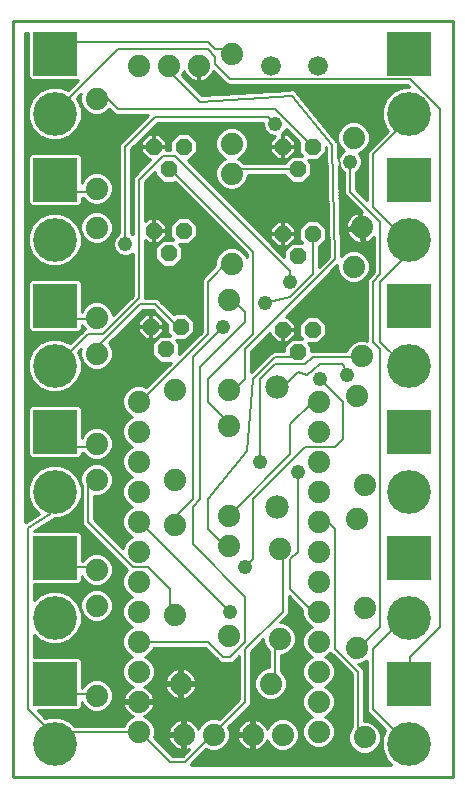
<source format=gtl>
G75*
%MOIN*%
%OFA0B0*%
%FSLAX25Y25*%
%IPPOS*%
%LPD*%
%AMOC8*
5,1,8,0,0,1.08239X$1,22.5*
%
%ADD10C,0.01000*%
%ADD11C,0.14567*%
%ADD12R,0.14567X0.14567*%
%ADD13C,0.07400*%
%ADD14C,0.06600*%
%ADD15C,0.07800*%
%ADD16OC8,0.05600*%
%ADD17C,0.00600*%
%ADD18C,0.04762*%
%ADD19C,0.04369*%
D10*
X0008819Y0002053D02*
X0008819Y0254014D01*
X0155520Y0254014D01*
X0155520Y0002053D01*
X0008819Y0002053D01*
X0019711Y0021490D02*
X0017131Y0024070D01*
X0030807Y0024070D01*
X0031803Y0025066D01*
X0031803Y0027054D01*
X0032241Y0025995D01*
X0031803Y0025995D01*
X0032241Y0025995D02*
X0033760Y0024475D01*
X0035745Y0023653D01*
X0037893Y0023653D01*
X0039878Y0024475D01*
X0041397Y0025995D01*
X0045722Y0025995D01*
X0045747Y0025836D02*
X0046000Y0025057D01*
X0046372Y0024328D01*
X0046853Y0023666D01*
X0047432Y0023087D01*
X0048094Y0022606D01*
X0048823Y0022234D01*
X0049043Y0022163D01*
X0047760Y0021631D01*
X0046241Y0020112D01*
X0045803Y0019053D01*
X0029524Y0019053D01*
X0027908Y0020669D01*
X0024606Y0022037D01*
X0021032Y0022037D01*
X0019711Y0021490D01*
X0019200Y0022001D02*
X0020946Y0022001D01*
X0018201Y0023000D02*
X0047552Y0023000D01*
X0046611Y0023998D02*
X0038726Y0023998D01*
X0040399Y0024997D02*
X0046031Y0024997D01*
X0045747Y0025836D02*
X0045633Y0026553D01*
X0050319Y0026553D01*
X0050319Y0027553D01*
X0045633Y0027553D01*
X0045747Y0028271D01*
X0046000Y0029049D01*
X0046372Y0029779D01*
X0046853Y0030441D01*
X0047432Y0031020D01*
X0048094Y0031501D01*
X0048823Y0031872D01*
X0049043Y0031944D01*
X0047760Y0032475D01*
X0046241Y0033995D01*
X0045419Y0035979D01*
X0045419Y0038127D01*
X0046241Y0040112D01*
X0047760Y0041631D01*
X0048779Y0042053D01*
X0047760Y0042475D01*
X0046241Y0043995D01*
X0045419Y0045979D01*
X0045419Y0048127D01*
X0046241Y0050112D01*
X0047760Y0051631D01*
X0048779Y0052053D01*
X0047760Y0052475D01*
X0046241Y0053995D01*
X0045419Y0055979D01*
X0045419Y0058127D01*
X0046241Y0060112D01*
X0047760Y0061631D01*
X0048779Y0062053D01*
X0047760Y0062475D01*
X0046241Y0063995D01*
X0045419Y0065979D01*
X0045419Y0068127D01*
X0046241Y0070112D01*
X0047087Y0070958D01*
X0032991Y0085053D01*
X0031819Y0086225D01*
X0031819Y0099014D01*
X0031419Y0099979D01*
X0031419Y0102127D01*
X0032241Y0104112D01*
X0033760Y0105631D01*
X0035745Y0106453D01*
X0037893Y0106453D01*
X0039878Y0105631D01*
X0041397Y0104112D01*
X0042219Y0102127D01*
X0042219Y0099979D01*
X0041397Y0097995D01*
X0039878Y0096475D01*
X0037893Y0095653D01*
X0035819Y0095653D01*
X0035819Y0087882D01*
X0045464Y0078237D01*
X0046241Y0080112D01*
X0047760Y0081631D01*
X0048779Y0082053D01*
X0047760Y0082475D01*
X0046241Y0083995D01*
X0045419Y0085979D01*
X0045419Y0088127D01*
X0046241Y0090112D01*
X0047760Y0091631D01*
X0048779Y0092053D01*
X0047760Y0092475D01*
X0046241Y0093995D01*
X0045419Y0095979D01*
X0045419Y0098127D01*
X0046241Y0100112D01*
X0047760Y0101631D01*
X0048779Y0102053D01*
X0047760Y0102475D01*
X0046241Y0103995D01*
X0045419Y0105979D01*
X0045419Y0108127D01*
X0046241Y0110112D01*
X0047760Y0111631D01*
X0048779Y0112053D01*
X0047760Y0112475D01*
X0046241Y0113995D01*
X0045419Y0115979D01*
X0045419Y0118127D01*
X0046241Y0120112D01*
X0047760Y0121631D01*
X0048779Y0122053D01*
X0047760Y0122475D01*
X0046241Y0123995D01*
X0045419Y0125979D01*
X0045419Y0128127D01*
X0046241Y0130112D01*
X0047760Y0131631D01*
X0049745Y0132453D01*
X0051893Y0132453D01*
X0053306Y0131868D01*
X0061491Y0140053D01*
X0057955Y0140053D01*
X0055319Y0142689D01*
X0055319Y0146417D01*
X0057955Y0149053D01*
X0061455Y0149053D01*
X0060319Y0150189D01*
X0060319Y0152725D01*
X0055491Y0157553D01*
X0052148Y0157553D01*
X0041052Y0146458D01*
X0041397Y0146112D01*
X0042219Y0144127D01*
X0042219Y0141979D01*
X0041397Y0139995D01*
X0039878Y0138475D01*
X0037893Y0137653D01*
X0035745Y0137653D01*
X0033760Y0138475D01*
X0032241Y0139995D01*
X0031419Y0141979D01*
X0031419Y0144127D01*
X0031559Y0144465D01*
X0030670Y0143575D01*
X0031803Y0140840D01*
X0031803Y0137266D01*
X0030435Y0133965D01*
X0027908Y0131438D01*
X0024606Y0130070D01*
X0021032Y0130070D01*
X0017730Y0131438D01*
X0015203Y0133965D01*
X0013836Y0137266D01*
X0013836Y0140840D01*
X0015203Y0144142D01*
X0017730Y0146669D01*
X0021032Y0148037D01*
X0024606Y0148037D01*
X0027908Y0146669D01*
X0028007Y0146570D01*
X0031819Y0150382D01*
X0032837Y0151399D01*
X0032241Y0151995D01*
X0032010Y0152553D01*
X0031803Y0152553D01*
X0031803Y0151066D01*
X0030807Y0150070D01*
X0014831Y0150070D01*
X0013836Y0151066D01*
X0013836Y0167041D01*
X0014831Y0168037D01*
X0030807Y0168037D01*
X0031803Y0167041D01*
X0031803Y0157053D01*
X0032241Y0158112D01*
X0033760Y0159631D01*
X0035745Y0160453D01*
X0037893Y0160453D01*
X0039878Y0159631D01*
X0041397Y0158112D01*
X0042219Y0156127D01*
X0042219Y0155782D01*
X0048819Y0162382D01*
X0048819Y0176282D01*
X0048631Y0176094D01*
X0047131Y0175472D01*
X0045507Y0175472D01*
X0044007Y0176094D01*
X0042859Y0177242D01*
X0042238Y0178742D01*
X0042238Y0180365D01*
X0042859Y0181865D01*
X0044007Y0183013D01*
X0044319Y0183142D01*
X0044319Y0212882D01*
X0053991Y0222553D01*
X0042991Y0222553D01*
X0040973Y0224571D01*
X0039878Y0223475D01*
X0037893Y0222653D01*
X0035745Y0222653D01*
X0033760Y0223475D01*
X0032241Y0224995D01*
X0031419Y0226979D01*
X0031419Y0229127D01*
X0031559Y0229465D01*
X0030336Y0228241D01*
X0030435Y0228142D01*
X0031803Y0224840D01*
X0031803Y0221266D01*
X0030435Y0217965D01*
X0027908Y0215438D01*
X0024606Y0214070D01*
X0021032Y0214070D01*
X0017730Y0215438D01*
X0015203Y0217965D01*
X0013836Y0221266D01*
X0013836Y0224840D01*
X0015203Y0228142D01*
X0017730Y0230669D01*
X0021032Y0232037D01*
X0024606Y0232037D01*
X0027341Y0230904D01*
X0030507Y0234070D01*
X0014831Y0234070D01*
X0013836Y0235066D01*
X0013836Y0250014D01*
X0012819Y0250014D01*
X0012819Y0086882D01*
X0012991Y0087053D01*
X0013265Y0087053D01*
X0017546Y0089622D01*
X0015203Y0091965D01*
X0013836Y0095266D01*
X0013836Y0098840D01*
X0015203Y0102142D01*
X0017730Y0104669D01*
X0021032Y0106037D01*
X0024606Y0106037D01*
X0027908Y0104669D01*
X0030435Y0102142D01*
X0031803Y0098840D01*
X0031803Y0095266D01*
X0030435Y0091965D01*
X0027908Y0089438D01*
X0024606Y0088070D01*
X0022734Y0088070D01*
X0022559Y0087965D01*
X0022148Y0087553D01*
X0021873Y0087553D01*
X0016012Y0084037D01*
X0030807Y0084037D01*
X0031803Y0083041D01*
X0031803Y0074053D01*
X0032217Y0074053D01*
X0032241Y0074112D01*
X0033760Y0075631D01*
X0035745Y0076453D01*
X0037893Y0076453D01*
X0039878Y0075631D01*
X0041397Y0074112D01*
X0042219Y0072127D01*
X0042219Y0069979D01*
X0041397Y0067995D01*
X0039878Y0066475D01*
X0037893Y0065653D01*
X0035745Y0065653D01*
X0033760Y0066475D01*
X0032241Y0067995D01*
X0031803Y0069054D01*
X0031803Y0067066D01*
X0030807Y0066070D01*
X0015819Y0066070D01*
X0015819Y0060758D01*
X0017730Y0062669D01*
X0021032Y0064037D01*
X0024606Y0064037D01*
X0027908Y0062669D01*
X0030435Y0060142D01*
X0031803Y0056840D01*
X0031803Y0053266D01*
X0030435Y0049965D01*
X0027908Y0047438D01*
X0024606Y0046070D01*
X0021032Y0046070D01*
X0017730Y0047438D01*
X0015819Y0049349D01*
X0015819Y0042037D01*
X0030807Y0042037D01*
X0031803Y0041041D01*
X0031803Y0031553D01*
X0032010Y0031553D01*
X0032241Y0032112D01*
X0033760Y0033631D01*
X0035745Y0034453D01*
X0037893Y0034453D01*
X0039878Y0033631D01*
X0041397Y0032112D01*
X0042219Y0030127D01*
X0042219Y0027979D01*
X0041397Y0025995D01*
X0041811Y0026994D02*
X0050319Y0026994D01*
X0051319Y0026994D02*
X0083431Y0026994D01*
X0084319Y0027882D02*
X0084319Y0042225D01*
X0082148Y0040053D01*
X0077991Y0040053D01*
X0076819Y0041225D01*
X0076819Y0041225D01*
X0072991Y0045053D01*
X0055836Y0045053D01*
X0055397Y0043995D01*
X0053878Y0042475D01*
X0052859Y0042053D01*
X0053878Y0041631D01*
X0055397Y0040112D01*
X0056219Y0038127D01*
X0056219Y0035979D01*
X0055397Y0033995D01*
X0053878Y0032475D01*
X0052595Y0031944D01*
X0052815Y0031872D01*
X0053545Y0031501D01*
X0054207Y0031020D01*
X0054785Y0030441D01*
X0055267Y0029779D01*
X0055638Y0029049D01*
X0055891Y0028271D01*
X0056005Y0027553D01*
X0051319Y0027553D01*
X0051319Y0026553D01*
X0056005Y0026553D01*
X0055891Y0025836D01*
X0055638Y0025057D01*
X0055267Y0024328D01*
X0054785Y0023666D01*
X0054207Y0023087D01*
X0053545Y0022606D01*
X0052815Y0022234D01*
X0052595Y0022163D01*
X0053878Y0021631D01*
X0055397Y0020112D01*
X0056219Y0018127D01*
X0056219Y0015979D01*
X0055927Y0015274D01*
X0062148Y0009053D01*
X0065491Y0009053D01*
X0067603Y0011165D01*
X0067037Y0010981D01*
X0066319Y0010868D01*
X0066319Y0015553D01*
X0065319Y0015553D01*
X0065319Y0010868D01*
X0064601Y0010981D01*
X0063823Y0011234D01*
X0063094Y0011606D01*
X0062432Y0012087D01*
X0061853Y0012666D01*
X0061372Y0013328D01*
X0061000Y0014057D01*
X0060747Y0014836D01*
X0060633Y0015553D01*
X0065319Y0015553D01*
X0065319Y0016553D01*
X0060633Y0016553D01*
X0060747Y0017271D01*
X0061000Y0018049D01*
X0061372Y0018779D01*
X0061853Y0019441D01*
X0062432Y0020020D01*
X0063094Y0020501D01*
X0063823Y0020872D01*
X0064601Y0021125D01*
X0065319Y0021239D01*
X0065319Y0016553D01*
X0066319Y0016553D01*
X0066319Y0021239D01*
X0067037Y0021125D01*
X0067815Y0020872D01*
X0068545Y0020501D01*
X0069207Y0020020D01*
X0069785Y0019441D01*
X0070267Y0018779D01*
X0070638Y0018049D01*
X0070710Y0017829D01*
X0071241Y0019112D01*
X0072760Y0020631D01*
X0074745Y0021453D01*
X0076893Y0021453D01*
X0077599Y0021161D01*
X0084319Y0027882D01*
X0084319Y0027992D02*
X0066070Y0027992D01*
X0066037Y0027981D02*
X0066815Y0028234D01*
X0067545Y0028606D01*
X0068207Y0029087D01*
X0068785Y0029666D01*
X0069267Y0030328D01*
X0069638Y0031057D01*
X0069891Y0031836D01*
X0070019Y0032644D01*
X0070019Y0032668D01*
X0065205Y0032668D01*
X0065205Y0033439D01*
X0070019Y0033439D01*
X0070019Y0033463D01*
X0069891Y0034271D01*
X0069638Y0035049D01*
X0069267Y0035779D01*
X0068785Y0036441D01*
X0068207Y0037020D01*
X0067545Y0037501D01*
X0066815Y0037872D01*
X0066037Y0038125D01*
X0065228Y0038253D01*
X0065205Y0038253D01*
X0065205Y0033439D01*
X0064433Y0033439D01*
X0064433Y0032668D01*
X0059619Y0032668D01*
X0059619Y0032644D01*
X0059747Y0031836D01*
X0060000Y0031057D01*
X0060372Y0030328D01*
X0060853Y0029666D01*
X0061432Y0029087D01*
X0062094Y0028606D01*
X0062823Y0028234D01*
X0063601Y0027981D01*
X0064410Y0027853D01*
X0064433Y0027853D01*
X0064433Y0032667D01*
X0065205Y0032667D01*
X0065205Y0027853D01*
X0065228Y0027853D01*
X0066037Y0027981D01*
X0065205Y0027992D02*
X0064433Y0027992D01*
X0063568Y0027992D02*
X0055935Y0027992D01*
X0055657Y0028991D02*
X0061564Y0028991D01*
X0060618Y0029989D02*
X0055114Y0029989D01*
X0054238Y0030988D02*
X0060035Y0030988D01*
X0059723Y0031986D02*
X0052697Y0031986D01*
X0054387Y0032985D02*
X0064433Y0032985D01*
X0064433Y0033439D02*
X0059619Y0033439D01*
X0059619Y0033463D01*
X0059747Y0034271D01*
X0060000Y0035049D01*
X0060372Y0035779D01*
X0060853Y0036441D01*
X0061432Y0037020D01*
X0062094Y0037501D01*
X0062823Y0037872D01*
X0063601Y0038125D01*
X0064410Y0038253D01*
X0064433Y0038253D01*
X0064433Y0033439D01*
X0064433Y0033983D02*
X0065205Y0033983D01*
X0065205Y0032985D02*
X0084319Y0032985D01*
X0084319Y0033983D02*
X0069937Y0033983D01*
X0069660Y0034982D02*
X0084319Y0034982D01*
X0084319Y0035980D02*
X0069120Y0035980D01*
X0068247Y0036979D02*
X0084319Y0036979D01*
X0084319Y0037977D02*
X0066492Y0037977D01*
X0065205Y0037977D02*
X0064433Y0037977D01*
X0064433Y0036979D02*
X0065205Y0036979D01*
X0065205Y0035980D02*
X0064433Y0035980D01*
X0064433Y0034982D02*
X0065205Y0034982D01*
X0065205Y0031986D02*
X0064433Y0031986D01*
X0064433Y0030988D02*
X0065205Y0030988D01*
X0065205Y0029989D02*
X0064433Y0029989D01*
X0064433Y0028991D02*
X0065205Y0028991D01*
X0068074Y0028991D02*
X0084319Y0028991D01*
X0084319Y0029989D02*
X0069021Y0029989D01*
X0069603Y0030988D02*
X0084319Y0030988D01*
X0084319Y0031986D02*
X0069915Y0031986D01*
X0063146Y0037977D02*
X0056219Y0037977D01*
X0056219Y0036979D02*
X0061391Y0036979D01*
X0060518Y0035980D02*
X0056219Y0035980D01*
X0055806Y0034982D02*
X0059978Y0034982D01*
X0059702Y0033983D02*
X0055386Y0033983D01*
X0055868Y0038976D02*
X0084319Y0038976D01*
X0084319Y0039974D02*
X0055454Y0039974D01*
X0054536Y0040973D02*
X0077071Y0040973D01*
X0076073Y0041971D02*
X0053057Y0041971D01*
X0054372Y0042970D02*
X0075074Y0042970D01*
X0074076Y0043969D02*
X0055371Y0043969D01*
X0055800Y0044967D02*
X0073077Y0044967D01*
X0083067Y0040973D02*
X0084319Y0040973D01*
X0084319Y0041971D02*
X0084066Y0041971D01*
X0088319Y0041971D02*
X0094319Y0041971D01*
X0094319Y0040973D02*
X0088319Y0040973D01*
X0088319Y0039974D02*
X0094319Y0039974D01*
X0094319Y0038976D02*
X0088319Y0038976D01*
X0088319Y0037977D02*
X0092596Y0037977D01*
X0091760Y0037631D02*
X0090241Y0036112D01*
X0089419Y0034127D01*
X0089419Y0031979D01*
X0090241Y0029995D01*
X0091760Y0028475D01*
X0093745Y0027653D01*
X0095893Y0027653D01*
X0097878Y0028475D01*
X0099397Y0029995D01*
X0100219Y0031979D01*
X0100219Y0034127D01*
X0099397Y0036112D01*
X0098319Y0037190D01*
X0098319Y0042653D01*
X0098893Y0042653D01*
X0100878Y0043475D01*
X0102397Y0044995D01*
X0103219Y0046979D01*
X0103219Y0049127D01*
X0102397Y0051112D01*
X0100878Y0052631D01*
X0098893Y0053453D01*
X0098048Y0053453D01*
X0099648Y0055053D01*
X0100819Y0056225D01*
X0100819Y0062225D01*
X0105419Y0057625D01*
X0105419Y0055979D01*
X0106241Y0053995D01*
X0107760Y0052475D01*
X0108779Y0052053D01*
X0107760Y0051631D01*
X0106241Y0050112D01*
X0105419Y0048127D01*
X0105419Y0045979D01*
X0106241Y0043995D01*
X0107760Y0042475D01*
X0108779Y0042053D01*
X0107760Y0041631D01*
X0106241Y0040112D01*
X0105419Y0038127D01*
X0105419Y0035979D01*
X0106241Y0033995D01*
X0107760Y0032475D01*
X0108779Y0032053D01*
X0107760Y0031631D01*
X0106241Y0030112D01*
X0105419Y0028127D01*
X0105419Y0025979D01*
X0106241Y0023995D01*
X0107760Y0022475D01*
X0108779Y0022053D01*
X0107760Y0021631D01*
X0106241Y0020112D01*
X0105419Y0018127D01*
X0105419Y0015979D01*
X0106241Y0013995D01*
X0107760Y0012475D01*
X0109745Y0011653D01*
X0111893Y0011653D01*
X0113878Y0012475D01*
X0115397Y0013995D01*
X0116219Y0015979D01*
X0116219Y0018127D01*
X0115397Y0020112D01*
X0113878Y0021631D01*
X0112859Y0022053D01*
X0113878Y0022475D01*
X0115397Y0023995D01*
X0116219Y0025979D01*
X0116219Y0028127D01*
X0115397Y0030112D01*
X0113878Y0031631D01*
X0112859Y0032053D01*
X0113878Y0032475D01*
X0115397Y0033995D01*
X0116219Y0035979D01*
X0116219Y0038127D01*
X0115397Y0040112D01*
X0113878Y0041631D01*
X0112859Y0042053D01*
X0113878Y0042475D01*
X0114723Y0043321D01*
X0115491Y0042553D01*
X0121819Y0036225D01*
X0121819Y0018440D01*
X0121549Y0018169D01*
X0120726Y0016185D01*
X0120726Y0014036D01*
X0121549Y0012052D01*
X0123068Y0010533D01*
X0125052Y0009710D01*
X0127201Y0009710D01*
X0129185Y0010533D01*
X0130704Y0012052D01*
X0131526Y0014036D01*
X0131526Y0016185D01*
X0130704Y0018169D01*
X0129185Y0019688D01*
X0127201Y0020510D01*
X0125819Y0020510D01*
X0125819Y0037882D01*
X0124105Y0039596D01*
X0124586Y0039596D01*
X0126571Y0040418D01*
X0126819Y0040667D01*
X0126819Y0023725D01*
X0127991Y0022553D01*
X0132969Y0017575D01*
X0131836Y0014840D01*
X0131836Y0011266D01*
X0133203Y0007965D01*
X0135115Y0006053D01*
X0068148Y0006053D01*
X0068319Y0006225D01*
X0073333Y0011238D01*
X0074745Y0010653D01*
X0076893Y0010653D01*
X0078878Y0011475D01*
X0080397Y0012995D01*
X0081219Y0014979D01*
X0081219Y0017127D01*
X0080634Y0018540D01*
X0087148Y0025053D01*
X0088319Y0026225D01*
X0088319Y0043725D01*
X0092419Y0047825D01*
X0092419Y0046979D01*
X0093241Y0044995D01*
X0094319Y0043917D01*
X0094319Y0038453D01*
X0093745Y0038453D01*
X0091760Y0037631D01*
X0091108Y0036979D02*
X0088319Y0036979D01*
X0088319Y0035980D02*
X0090187Y0035980D01*
X0089773Y0034982D02*
X0088319Y0034982D01*
X0088319Y0033983D02*
X0089419Y0033983D01*
X0089419Y0032985D02*
X0088319Y0032985D01*
X0088319Y0031986D02*
X0089419Y0031986D01*
X0089830Y0030988D02*
X0088319Y0030988D01*
X0088319Y0029989D02*
X0090246Y0029989D01*
X0091245Y0028991D02*
X0088319Y0028991D01*
X0088319Y0027992D02*
X0092927Y0027992D01*
X0090815Y0020872D02*
X0090037Y0021125D01*
X0089319Y0021239D01*
X0089319Y0016553D01*
X0088319Y0016553D01*
X0088319Y0015553D01*
X0089319Y0015553D01*
X0089319Y0010868D01*
X0090037Y0010981D01*
X0090815Y0011234D01*
X0091545Y0011606D01*
X0092207Y0012087D01*
X0092785Y0012666D01*
X0093267Y0013328D01*
X0093638Y0014057D01*
X0093710Y0014278D01*
X0094241Y0012995D01*
X0095760Y0011475D01*
X0097745Y0010653D01*
X0099893Y0010653D01*
X0101878Y0011475D01*
X0103397Y0012995D01*
X0104219Y0014979D01*
X0104219Y0017127D01*
X0103397Y0019112D01*
X0101878Y0020631D01*
X0099893Y0021453D01*
X0097745Y0021453D01*
X0095760Y0020631D01*
X0094241Y0019112D01*
X0093710Y0017829D01*
X0093638Y0018049D01*
X0093267Y0018779D01*
X0092785Y0019441D01*
X0092207Y0020020D01*
X0091545Y0020501D01*
X0090815Y0020872D01*
X0090414Y0021003D02*
X0096657Y0021003D01*
X0095133Y0020004D02*
X0092222Y0020004D01*
X0093102Y0019006D02*
X0094197Y0019006D01*
X0093784Y0018007D02*
X0093652Y0018007D01*
X0093616Y0014013D02*
X0093819Y0014013D01*
X0094233Y0013015D02*
X0093039Y0013015D01*
X0092109Y0012016D02*
X0095220Y0012016D01*
X0096866Y0011018D02*
X0090148Y0011018D01*
X0089319Y0011018D02*
X0088319Y0011018D01*
X0088319Y0010868D02*
X0088319Y0015553D01*
X0083633Y0015553D01*
X0083747Y0014836D01*
X0084000Y0014057D01*
X0084372Y0013328D01*
X0084853Y0012666D01*
X0085432Y0012087D01*
X0086094Y0011606D01*
X0086823Y0011234D01*
X0087601Y0010981D01*
X0088319Y0010868D01*
X0087490Y0011018D02*
X0077773Y0011018D01*
X0079419Y0012016D02*
X0085529Y0012016D01*
X0084599Y0013015D02*
X0080405Y0013015D01*
X0080819Y0014013D02*
X0084023Y0014013D01*
X0083719Y0015012D02*
X0081219Y0015012D01*
X0081219Y0016010D02*
X0088319Y0016010D01*
X0088319Y0016553D02*
X0083633Y0016553D01*
X0083747Y0017271D01*
X0084000Y0018049D01*
X0084372Y0018779D01*
X0084853Y0019441D01*
X0085432Y0020020D01*
X0086094Y0020501D01*
X0086823Y0020872D01*
X0087601Y0021125D01*
X0088319Y0021239D01*
X0088319Y0016553D01*
X0088319Y0017009D02*
X0089319Y0017009D01*
X0089319Y0018007D02*
X0088319Y0018007D01*
X0088319Y0019006D02*
X0089319Y0019006D01*
X0089319Y0020004D02*
X0088319Y0020004D01*
X0088319Y0021003D02*
X0089319Y0021003D01*
X0087224Y0021003D02*
X0083097Y0021003D01*
X0084095Y0022001D02*
X0108654Y0022001D01*
X0107236Y0023000D02*
X0085094Y0023000D01*
X0086092Y0023998D02*
X0106240Y0023998D01*
X0105826Y0024997D02*
X0087091Y0024997D01*
X0088089Y0025995D02*
X0105419Y0025995D01*
X0105419Y0026994D02*
X0088319Y0026994D01*
X0082433Y0025995D02*
X0055916Y0025995D01*
X0055607Y0024997D02*
X0081434Y0024997D01*
X0080436Y0023998D02*
X0055027Y0023998D01*
X0054087Y0023000D02*
X0079437Y0023000D01*
X0078439Y0022001D02*
X0052985Y0022001D01*
X0054506Y0021003D02*
X0064224Y0021003D01*
X0065319Y0021003D02*
X0066319Y0021003D01*
X0066319Y0020004D02*
X0065319Y0020004D01*
X0065319Y0019006D02*
X0066319Y0019006D01*
X0066319Y0018007D02*
X0065319Y0018007D01*
X0065319Y0017009D02*
X0066319Y0017009D01*
X0065319Y0016010D02*
X0056219Y0016010D01*
X0056219Y0017009D02*
X0060706Y0017009D01*
X0060986Y0018007D02*
X0056219Y0018007D01*
X0055855Y0019006D02*
X0061537Y0019006D01*
X0062416Y0020004D02*
X0055442Y0020004D01*
X0056189Y0015012D02*
X0060719Y0015012D01*
X0061023Y0014013D02*
X0057188Y0014013D01*
X0058186Y0013015D02*
X0061599Y0013015D01*
X0062529Y0012016D02*
X0059185Y0012016D01*
X0060183Y0011018D02*
X0064490Y0011018D01*
X0065319Y0011018D02*
X0066319Y0011018D01*
X0067148Y0011018D02*
X0067455Y0011018D01*
X0066456Y0010019D02*
X0061182Y0010019D01*
X0065319Y0012016D02*
X0066319Y0012016D01*
X0066319Y0013015D02*
X0065319Y0013015D01*
X0065319Y0014013D02*
X0066319Y0014013D01*
X0066319Y0015012D02*
X0065319Y0015012D01*
X0070102Y0019006D02*
X0071197Y0019006D01*
X0070784Y0018007D02*
X0070652Y0018007D01*
X0069222Y0020004D02*
X0072133Y0020004D01*
X0073657Y0021003D02*
X0067414Y0021003D01*
X0073112Y0011018D02*
X0073866Y0011018D01*
X0072113Y0010019D02*
X0124307Y0010019D01*
X0122582Y0011018D02*
X0100773Y0011018D01*
X0102419Y0012016D02*
X0108869Y0012016D01*
X0107221Y0013015D02*
X0103405Y0013015D01*
X0103819Y0014013D02*
X0106233Y0014013D01*
X0105820Y0015012D02*
X0104219Y0015012D01*
X0104219Y0016010D02*
X0105419Y0016010D01*
X0105419Y0017009D02*
X0104219Y0017009D01*
X0103855Y0018007D02*
X0105419Y0018007D01*
X0105783Y0019006D02*
X0103441Y0019006D01*
X0102505Y0020004D02*
X0106196Y0020004D01*
X0107132Y0021003D02*
X0100981Y0021003D01*
X0096712Y0027992D02*
X0105419Y0027992D01*
X0105777Y0028991D02*
X0098393Y0028991D01*
X0099392Y0029989D02*
X0106190Y0029989D01*
X0107117Y0030988D02*
X0099808Y0030988D01*
X0100219Y0031986D02*
X0108618Y0031986D01*
X0107251Y0032985D02*
X0100219Y0032985D01*
X0100219Y0033983D02*
X0106252Y0033983D01*
X0105832Y0034982D02*
X0099865Y0034982D01*
X0099452Y0035980D02*
X0105419Y0035980D01*
X0105419Y0036979D02*
X0098530Y0036979D01*
X0098319Y0037977D02*
X0105419Y0037977D01*
X0105771Y0038976D02*
X0098319Y0038976D01*
X0098319Y0039974D02*
X0106184Y0039974D01*
X0107102Y0040973D02*
X0098319Y0040973D01*
X0098319Y0041971D02*
X0108582Y0041971D01*
X0107266Y0042970D02*
X0099658Y0042970D01*
X0101371Y0043969D02*
X0106267Y0043969D01*
X0105838Y0044967D02*
X0102370Y0044967D01*
X0102799Y0045966D02*
X0105425Y0045966D01*
X0105419Y0046964D02*
X0103213Y0046964D01*
X0103219Y0047963D02*
X0105419Y0047963D01*
X0105764Y0048961D02*
X0103219Y0048961D01*
X0102874Y0049960D02*
X0106178Y0049960D01*
X0107087Y0050958D02*
X0102461Y0050958D01*
X0101553Y0051957D02*
X0108546Y0051957D01*
X0107281Y0052955D02*
X0100096Y0052955D01*
X0098548Y0053954D02*
X0106282Y0053954D01*
X0105845Y0054952D02*
X0099546Y0054952D01*
X0100545Y0055951D02*
X0105431Y0055951D01*
X0105419Y0056949D02*
X0100819Y0056949D01*
X0100819Y0057948D02*
X0105096Y0057948D01*
X0104098Y0058946D02*
X0100819Y0058946D01*
X0100819Y0059945D02*
X0103099Y0059945D01*
X0102101Y0060943D02*
X0100819Y0060943D01*
X0100819Y0061942D02*
X0101102Y0061942D01*
X0092425Y0046964D02*
X0091558Y0046964D01*
X0090560Y0045966D02*
X0092839Y0045966D01*
X0093269Y0044967D02*
X0089561Y0044967D01*
X0088563Y0043969D02*
X0094267Y0043969D01*
X0094319Y0042970D02*
X0088319Y0042970D01*
X0085416Y0020004D02*
X0082098Y0020004D01*
X0081100Y0019006D02*
X0084537Y0019006D01*
X0083986Y0018007D02*
X0080855Y0018007D01*
X0081219Y0017009D02*
X0083706Y0017009D01*
X0088319Y0015012D02*
X0089319Y0015012D01*
X0089319Y0014013D02*
X0088319Y0014013D01*
X0088319Y0013015D02*
X0089319Y0013015D01*
X0089319Y0012016D02*
X0088319Y0012016D01*
X0071115Y0009021D02*
X0132766Y0009021D01*
X0132352Y0010019D02*
X0127946Y0010019D01*
X0129670Y0011018D02*
X0131939Y0011018D01*
X0131836Y0012016D02*
X0130669Y0012016D01*
X0131103Y0013015D02*
X0131836Y0013015D01*
X0131836Y0014013D02*
X0131517Y0014013D01*
X0131526Y0015012D02*
X0131907Y0015012D01*
X0131526Y0016010D02*
X0132320Y0016010D01*
X0132734Y0017009D02*
X0131185Y0017009D01*
X0130771Y0018007D02*
X0132537Y0018007D01*
X0131538Y0019006D02*
X0129868Y0019006D01*
X0130540Y0020004D02*
X0128423Y0020004D01*
X0129541Y0021003D02*
X0125819Y0021003D01*
X0125819Y0022001D02*
X0128543Y0022001D01*
X0127544Y0023000D02*
X0125819Y0023000D01*
X0125819Y0023998D02*
X0126819Y0023998D01*
X0126819Y0024997D02*
X0125819Y0024997D01*
X0125819Y0025995D02*
X0126819Y0025995D01*
X0126819Y0026994D02*
X0125819Y0026994D01*
X0125819Y0027992D02*
X0126819Y0027992D01*
X0126819Y0028991D02*
X0125819Y0028991D01*
X0125819Y0029989D02*
X0126819Y0029989D01*
X0126819Y0030988D02*
X0125819Y0030988D01*
X0125819Y0031986D02*
X0126819Y0031986D01*
X0126819Y0032985D02*
X0125819Y0032985D01*
X0125819Y0033983D02*
X0126819Y0033983D01*
X0126819Y0034982D02*
X0125819Y0034982D01*
X0125819Y0035980D02*
X0126819Y0035980D01*
X0126819Y0036979D02*
X0125819Y0036979D01*
X0125723Y0037977D02*
X0126819Y0037977D01*
X0126819Y0038976D02*
X0124725Y0038976D01*
X0125499Y0039974D02*
X0126819Y0039974D01*
X0121819Y0035980D02*
X0116219Y0035980D01*
X0116219Y0036979D02*
X0121065Y0036979D01*
X0120067Y0037977D02*
X0116219Y0037977D01*
X0115868Y0038976D02*
X0119068Y0038976D01*
X0118070Y0039974D02*
X0115454Y0039974D01*
X0114536Y0040973D02*
X0117071Y0040973D01*
X0116073Y0041971D02*
X0113057Y0041971D01*
X0114372Y0042970D02*
X0115074Y0042970D01*
X0115806Y0034982D02*
X0121819Y0034982D01*
X0121819Y0033983D02*
X0115386Y0033983D01*
X0114387Y0032985D02*
X0121819Y0032985D01*
X0121819Y0031986D02*
X0113021Y0031986D01*
X0114521Y0030988D02*
X0121819Y0030988D01*
X0121819Y0029989D02*
X0115448Y0029989D01*
X0115861Y0028991D02*
X0121819Y0028991D01*
X0121819Y0027992D02*
X0116219Y0027992D01*
X0116219Y0026994D02*
X0121819Y0026994D01*
X0121819Y0025995D02*
X0116219Y0025995D01*
X0115812Y0024997D02*
X0121819Y0024997D01*
X0121819Y0023998D02*
X0115399Y0023998D01*
X0114402Y0023000D02*
X0121819Y0023000D01*
X0121819Y0022001D02*
X0112985Y0022001D01*
X0114506Y0021003D02*
X0121819Y0021003D01*
X0121819Y0020004D02*
X0115442Y0020004D01*
X0115855Y0019006D02*
X0121819Y0019006D01*
X0121481Y0018007D02*
X0116219Y0018007D01*
X0116219Y0017009D02*
X0121068Y0017009D01*
X0120726Y0016010D02*
X0116219Y0016010D01*
X0115818Y0015012D02*
X0120726Y0015012D01*
X0120736Y0014013D02*
X0115405Y0014013D01*
X0114417Y0013015D02*
X0121150Y0013015D01*
X0121584Y0012016D02*
X0112769Y0012016D01*
X0133179Y0008022D02*
X0070116Y0008022D01*
X0069118Y0007024D02*
X0134144Y0007024D01*
X0054273Y0132836D02*
X0029306Y0132836D01*
X0028308Y0131838D02*
X0048258Y0131838D01*
X0046968Y0130839D02*
X0026463Y0130839D01*
X0030305Y0133835D02*
X0055272Y0133835D01*
X0056270Y0134833D02*
X0030795Y0134833D01*
X0031208Y0135832D02*
X0057269Y0135832D01*
X0058267Y0136830D02*
X0031622Y0136830D01*
X0031803Y0137829D02*
X0035322Y0137829D01*
X0033409Y0138827D02*
X0031803Y0138827D01*
X0031803Y0139826D02*
X0032410Y0139826D01*
X0031898Y0140824D02*
X0031803Y0140824D01*
X0031484Y0141823D02*
X0031396Y0141823D01*
X0031419Y0142821D02*
X0030982Y0142821D01*
X0030914Y0143820D02*
X0031419Y0143820D01*
X0028253Y0146815D02*
X0027555Y0146815D01*
X0029251Y0147814D02*
X0025145Y0147814D01*
X0020494Y0147814D02*
X0012819Y0147814D01*
X0012819Y0148812D02*
X0030250Y0148812D01*
X0031248Y0149811D02*
X0012819Y0149811D01*
X0012819Y0150809D02*
X0014092Y0150809D01*
X0013836Y0151808D02*
X0012819Y0151808D01*
X0012819Y0152806D02*
X0013836Y0152806D01*
X0013836Y0153805D02*
X0012819Y0153805D01*
X0012819Y0154803D02*
X0013836Y0154803D01*
X0013836Y0155802D02*
X0012819Y0155802D01*
X0012819Y0156800D02*
X0013836Y0156800D01*
X0013836Y0157799D02*
X0012819Y0157799D01*
X0012819Y0158797D02*
X0013836Y0158797D01*
X0013836Y0159796D02*
X0012819Y0159796D01*
X0012819Y0160794D02*
X0013836Y0160794D01*
X0013836Y0161793D02*
X0012819Y0161793D01*
X0012819Y0162791D02*
X0013836Y0162791D01*
X0013836Y0163790D02*
X0012819Y0163790D01*
X0012819Y0164788D02*
X0013836Y0164788D01*
X0013836Y0165787D02*
X0012819Y0165787D01*
X0012819Y0166785D02*
X0013836Y0166785D01*
X0014579Y0167784D02*
X0012819Y0167784D01*
X0012819Y0168782D02*
X0048819Y0168782D01*
X0048819Y0167784D02*
X0031060Y0167784D01*
X0031803Y0166785D02*
X0048819Y0166785D01*
X0048819Y0165787D02*
X0031803Y0165787D01*
X0031803Y0164788D02*
X0048819Y0164788D01*
X0048819Y0163790D02*
X0031803Y0163790D01*
X0031803Y0162791D02*
X0048819Y0162791D01*
X0048230Y0161793D02*
X0031803Y0161793D01*
X0031803Y0160794D02*
X0047232Y0160794D01*
X0046233Y0159796D02*
X0039481Y0159796D01*
X0040712Y0158797D02*
X0045235Y0158797D01*
X0044236Y0157799D02*
X0041527Y0157799D01*
X0041940Y0156800D02*
X0043238Y0156800D01*
X0042239Y0155802D02*
X0042219Y0155802D01*
X0045403Y0150809D02*
X0050519Y0150809D01*
X0050519Y0150272D02*
X0050519Y0151753D01*
X0054519Y0151753D01*
X0055119Y0151753D01*
X0055119Y0147753D01*
X0056600Y0147753D01*
X0059119Y0150272D01*
X0059119Y0151753D01*
X0055119Y0151753D01*
X0055119Y0152353D01*
X0059119Y0152353D01*
X0059119Y0153834D01*
X0056600Y0156353D01*
X0055119Y0156353D01*
X0055119Y0152353D01*
X0054519Y0152353D01*
X0054519Y0151753D01*
X0054519Y0147753D01*
X0053038Y0147753D01*
X0050519Y0150272D01*
X0050981Y0149811D02*
X0044405Y0149811D01*
X0043406Y0148812D02*
X0051979Y0148812D01*
X0052978Y0147814D02*
X0042408Y0147814D01*
X0041409Y0146815D02*
X0055717Y0146815D01*
X0055319Y0145817D02*
X0041519Y0145817D01*
X0041933Y0144818D02*
X0055319Y0144818D01*
X0055319Y0143820D02*
X0042219Y0143820D01*
X0042219Y0142821D02*
X0055319Y0142821D01*
X0056186Y0141823D02*
X0042154Y0141823D01*
X0041741Y0140824D02*
X0057184Y0140824D01*
X0059266Y0137829D02*
X0038316Y0137829D01*
X0040230Y0138827D02*
X0060264Y0138827D01*
X0061263Y0139826D02*
X0041228Y0139826D01*
X0046129Y0129840D02*
X0012819Y0129840D01*
X0012819Y0128842D02*
X0045715Y0128842D01*
X0045419Y0127843D02*
X0012819Y0127843D01*
X0012819Y0126845D02*
X0045419Y0126845D01*
X0045474Y0125846D02*
X0030997Y0125846D01*
X0030807Y0126037D02*
X0014831Y0126037D01*
X0013836Y0125041D01*
X0013836Y0109066D01*
X0014831Y0108070D01*
X0030807Y0108070D01*
X0031803Y0109066D01*
X0031803Y0110053D01*
X0032217Y0110053D01*
X0032241Y0109995D01*
X0033760Y0108475D01*
X0035745Y0107653D01*
X0037893Y0107653D01*
X0039878Y0108475D01*
X0041397Y0109995D01*
X0042219Y0111979D01*
X0042219Y0114127D01*
X0041397Y0116112D01*
X0039878Y0117631D01*
X0037893Y0118453D01*
X0035745Y0118453D01*
X0033760Y0117631D01*
X0032241Y0116112D01*
X0031803Y0115053D01*
X0031803Y0125041D01*
X0030807Y0126037D01*
X0031803Y0124848D02*
X0045888Y0124848D01*
X0046386Y0123849D02*
X0031803Y0123849D01*
X0031803Y0122851D02*
X0047385Y0122851D01*
X0048294Y0121852D02*
X0031803Y0121852D01*
X0031803Y0120854D02*
X0046983Y0120854D01*
X0046135Y0119855D02*
X0031803Y0119855D01*
X0031803Y0118857D02*
X0045721Y0118857D01*
X0045419Y0117858D02*
X0039330Y0117858D01*
X0040649Y0116860D02*
X0045419Y0116860D01*
X0045468Y0115861D02*
X0041501Y0115861D01*
X0041915Y0114863D02*
X0045882Y0114863D01*
X0046371Y0113864D02*
X0042219Y0113864D01*
X0042219Y0112866D02*
X0047370Y0112866D01*
X0048330Y0111867D02*
X0042173Y0111867D01*
X0041759Y0110869D02*
X0046998Y0110869D01*
X0046141Y0109870D02*
X0041273Y0109870D01*
X0040274Y0108872D02*
X0045727Y0108872D01*
X0045419Y0107873D02*
X0038424Y0107873D01*
X0039287Y0105876D02*
X0045462Y0105876D01*
X0045419Y0106875D02*
X0012819Y0106875D01*
X0012819Y0107873D02*
X0035214Y0107873D01*
X0033364Y0108872D02*
X0031609Y0108872D01*
X0031803Y0109870D02*
X0032365Y0109870D01*
X0034352Y0105876D02*
X0024994Y0105876D01*
X0027404Y0104878D02*
X0033007Y0104878D01*
X0032145Y0103879D02*
X0028698Y0103879D01*
X0029696Y0102881D02*
X0031731Y0102881D01*
X0031419Y0101882D02*
X0030543Y0101882D01*
X0030956Y0100884D02*
X0031419Y0100884D01*
X0031458Y0099885D02*
X0031370Y0099885D01*
X0031783Y0098887D02*
X0031819Y0098887D01*
X0031803Y0097888D02*
X0031819Y0097888D01*
X0031803Y0096890D02*
X0031819Y0096890D01*
X0031803Y0095891D02*
X0031819Y0095891D01*
X0031819Y0094893D02*
X0031648Y0094893D01*
X0031819Y0093894D02*
X0031234Y0093894D01*
X0030821Y0092896D02*
X0031819Y0092896D01*
X0031819Y0091897D02*
X0030367Y0091897D01*
X0029369Y0090899D02*
X0031819Y0090899D01*
X0031819Y0089900D02*
X0028370Y0089900D01*
X0026614Y0088902D02*
X0031819Y0088902D01*
X0031819Y0087903D02*
X0022497Y0087903D01*
X0020792Y0086904D02*
X0031819Y0086904D01*
X0032138Y0085906D02*
X0019127Y0085906D01*
X0017463Y0084907D02*
X0033137Y0084907D01*
X0034135Y0083909D02*
X0030935Y0083909D01*
X0031803Y0082910D02*
X0035134Y0082910D01*
X0036132Y0081912D02*
X0031803Y0081912D01*
X0031803Y0080913D02*
X0037131Y0080913D01*
X0038129Y0079915D02*
X0031803Y0079915D01*
X0031803Y0078916D02*
X0039128Y0078916D01*
X0040126Y0077918D02*
X0031803Y0077918D01*
X0031803Y0076919D02*
X0041125Y0076919D01*
X0042123Y0075921D02*
X0039179Y0075921D01*
X0040587Y0074922D02*
X0043122Y0074922D01*
X0044120Y0073924D02*
X0041475Y0073924D01*
X0041889Y0072925D02*
X0045119Y0072925D01*
X0046117Y0071927D02*
X0042219Y0071927D01*
X0042219Y0070928D02*
X0047057Y0070928D01*
X0046166Y0069930D02*
X0042199Y0069930D01*
X0041785Y0068931D02*
X0045752Y0068931D01*
X0045419Y0067933D02*
X0041335Y0067933D01*
X0040337Y0066934D02*
X0045419Y0066934D01*
X0045437Y0065936D02*
X0038575Y0065936D01*
X0037893Y0064453D02*
X0035745Y0064453D01*
X0033760Y0063631D01*
X0032241Y0062112D01*
X0031419Y0060127D01*
X0031419Y0057979D01*
X0032241Y0055995D01*
X0033760Y0054475D01*
X0035745Y0053653D01*
X0037893Y0053653D01*
X0039878Y0054475D01*
X0041397Y0055995D01*
X0042219Y0057979D01*
X0042219Y0060127D01*
X0041397Y0062112D01*
X0039878Y0063631D01*
X0037893Y0064453D01*
X0039136Y0063939D02*
X0046297Y0063939D01*
X0045851Y0064937D02*
X0015819Y0064937D01*
X0015819Y0063939D02*
X0020795Y0063939D01*
X0018385Y0062940D02*
X0015819Y0062940D01*
X0015819Y0061942D02*
X0017003Y0061942D01*
X0016004Y0060943D02*
X0015819Y0060943D01*
X0015819Y0065936D02*
X0035063Y0065936D01*
X0033301Y0066934D02*
X0031671Y0066934D01*
X0031803Y0067933D02*
X0032303Y0067933D01*
X0031853Y0068931D02*
X0031803Y0068931D01*
X0034503Y0063939D02*
X0024843Y0063939D01*
X0027253Y0062940D02*
X0033069Y0062940D01*
X0032171Y0061942D02*
X0028635Y0061942D01*
X0029634Y0060943D02*
X0031757Y0060943D01*
X0031419Y0059945D02*
X0030517Y0059945D01*
X0030930Y0058946D02*
X0031419Y0058946D01*
X0031432Y0057948D02*
X0031344Y0057948D01*
X0031757Y0056949D02*
X0031846Y0056949D01*
X0031803Y0055951D02*
X0032285Y0055951D01*
X0031803Y0054952D02*
X0033284Y0054952D01*
X0031803Y0053954D02*
X0035020Y0053954D01*
X0031674Y0052955D02*
X0047281Y0052955D01*
X0046282Y0053954D02*
X0038618Y0053954D01*
X0040355Y0054952D02*
X0045845Y0054952D01*
X0045431Y0055951D02*
X0041353Y0055951D01*
X0041792Y0056949D02*
X0045419Y0056949D01*
X0045419Y0057948D02*
X0042206Y0057948D01*
X0042219Y0058946D02*
X0045758Y0058946D01*
X0046172Y0059945D02*
X0042219Y0059945D01*
X0041881Y0060943D02*
X0047072Y0060943D01*
X0048510Y0061942D02*
X0041468Y0061942D01*
X0040569Y0062940D02*
X0047295Y0062940D01*
X0048546Y0051957D02*
X0031260Y0051957D01*
X0030846Y0050958D02*
X0047087Y0050958D01*
X0046178Y0049960D02*
X0030430Y0049960D01*
X0029431Y0048961D02*
X0045764Y0048961D01*
X0045419Y0047963D02*
X0028433Y0047963D01*
X0026765Y0046964D02*
X0045419Y0046964D01*
X0045425Y0045966D02*
X0015819Y0045966D01*
X0015819Y0046964D02*
X0018874Y0046964D01*
X0017205Y0047963D02*
X0015819Y0047963D01*
X0015819Y0048961D02*
X0016207Y0048961D01*
X0015819Y0044967D02*
X0045838Y0044967D01*
X0046267Y0043969D02*
X0015819Y0043969D01*
X0015819Y0042970D02*
X0047266Y0042970D01*
X0048582Y0041971D02*
X0030872Y0041971D01*
X0031803Y0040973D02*
X0047102Y0040973D01*
X0046184Y0039974D02*
X0031803Y0039974D01*
X0031803Y0038976D02*
X0045771Y0038976D01*
X0045419Y0037977D02*
X0031803Y0037977D01*
X0031803Y0036979D02*
X0045419Y0036979D01*
X0045419Y0035980D02*
X0031803Y0035980D01*
X0031803Y0034982D02*
X0045832Y0034982D01*
X0046252Y0033983D02*
X0039028Y0033983D01*
X0040524Y0032985D02*
X0047251Y0032985D01*
X0048941Y0031986D02*
X0041449Y0031986D01*
X0041863Y0030988D02*
X0047400Y0030988D01*
X0046525Y0029989D02*
X0042219Y0029989D01*
X0042219Y0028991D02*
X0045981Y0028991D01*
X0045703Y0027992D02*
X0042219Y0027992D01*
X0047132Y0021003D02*
X0027102Y0021003D01*
X0028573Y0020004D02*
X0046196Y0020004D01*
X0048654Y0022001D02*
X0024692Y0022001D01*
X0031734Y0024997D02*
X0033239Y0024997D01*
X0034912Y0023998D02*
X0017203Y0023998D01*
X0031803Y0026994D02*
X0031827Y0026994D01*
X0031803Y0031986D02*
X0032189Y0031986D01*
X0031803Y0032985D02*
X0033114Y0032985D01*
X0031803Y0033983D02*
X0034610Y0033983D01*
X0033051Y0074922D02*
X0031803Y0074922D01*
X0031803Y0075921D02*
X0034459Y0075921D01*
X0040790Y0082910D02*
X0047325Y0082910D01*
X0046327Y0083909D02*
X0039792Y0083909D01*
X0038793Y0084907D02*
X0045863Y0084907D01*
X0045449Y0085906D02*
X0037795Y0085906D01*
X0036796Y0086904D02*
X0045419Y0086904D01*
X0045419Y0087903D02*
X0035819Y0087903D01*
X0035819Y0088902D02*
X0045740Y0088902D01*
X0046153Y0089900D02*
X0035819Y0089900D01*
X0035819Y0090899D02*
X0047028Y0090899D01*
X0048402Y0091897D02*
X0035819Y0091897D01*
X0035819Y0092896D02*
X0047340Y0092896D01*
X0046342Y0093894D02*
X0035819Y0093894D01*
X0035819Y0094893D02*
X0045869Y0094893D01*
X0045456Y0095891D02*
X0038467Y0095891D01*
X0040292Y0096890D02*
X0045419Y0096890D01*
X0045419Y0097888D02*
X0041291Y0097888D01*
X0041767Y0098887D02*
X0045734Y0098887D01*
X0046147Y0099885D02*
X0042180Y0099885D01*
X0042219Y0100884D02*
X0047013Y0100884D01*
X0048366Y0101882D02*
X0042219Y0101882D01*
X0041907Y0102881D02*
X0047355Y0102881D01*
X0046357Y0103879D02*
X0041494Y0103879D01*
X0040632Y0104878D02*
X0045875Y0104878D01*
X0034309Y0117858D02*
X0031803Y0117858D01*
X0031803Y0116860D02*
X0032989Y0116860D01*
X0032137Y0115861D02*
X0031803Y0115861D01*
X0020644Y0105876D02*
X0012819Y0105876D01*
X0012819Y0104878D02*
X0018234Y0104878D01*
X0016940Y0103879D02*
X0012819Y0103879D01*
X0012819Y0102881D02*
X0015942Y0102881D01*
X0015096Y0101882D02*
X0012819Y0101882D01*
X0012819Y0100884D02*
X0014682Y0100884D01*
X0014268Y0099885D02*
X0012819Y0099885D01*
X0012819Y0098887D02*
X0013855Y0098887D01*
X0013836Y0097888D02*
X0012819Y0097888D01*
X0012819Y0096890D02*
X0013836Y0096890D01*
X0013836Y0095891D02*
X0012819Y0095891D01*
X0012819Y0094893D02*
X0013990Y0094893D01*
X0014404Y0093894D02*
X0012819Y0093894D01*
X0012819Y0092896D02*
X0014818Y0092896D01*
X0015271Y0091897D02*
X0012819Y0091897D01*
X0012819Y0090899D02*
X0016269Y0090899D01*
X0017268Y0089900D02*
X0012819Y0089900D01*
X0012819Y0088902D02*
X0016345Y0088902D01*
X0014681Y0087903D02*
X0012819Y0087903D01*
X0012819Y0086904D02*
X0012842Y0086904D01*
X0012819Y0108872D02*
X0014030Y0108872D01*
X0013836Y0109870D02*
X0012819Y0109870D01*
X0012819Y0110869D02*
X0013836Y0110869D01*
X0013836Y0111867D02*
X0012819Y0111867D01*
X0012819Y0112866D02*
X0013836Y0112866D01*
X0013836Y0113864D02*
X0012819Y0113864D01*
X0012819Y0114863D02*
X0013836Y0114863D01*
X0013836Y0115861D02*
X0012819Y0115861D01*
X0012819Y0116860D02*
X0013836Y0116860D01*
X0013836Y0117858D02*
X0012819Y0117858D01*
X0012819Y0118857D02*
X0013836Y0118857D01*
X0013836Y0119855D02*
X0012819Y0119855D01*
X0012819Y0120854D02*
X0013836Y0120854D01*
X0013836Y0121852D02*
X0012819Y0121852D01*
X0012819Y0122851D02*
X0013836Y0122851D01*
X0013836Y0123849D02*
X0012819Y0123849D01*
X0012819Y0124848D02*
X0013836Y0124848D01*
X0014641Y0125846D02*
X0012819Y0125846D01*
X0012819Y0130839D02*
X0019175Y0130839D01*
X0017330Y0131838D02*
X0012819Y0131838D01*
X0012819Y0132836D02*
X0016332Y0132836D01*
X0015333Y0133835D02*
X0012819Y0133835D01*
X0012819Y0134833D02*
X0014844Y0134833D01*
X0014430Y0135832D02*
X0012819Y0135832D01*
X0012819Y0136830D02*
X0014016Y0136830D01*
X0013836Y0137829D02*
X0012819Y0137829D01*
X0012819Y0138827D02*
X0013836Y0138827D01*
X0013836Y0139826D02*
X0012819Y0139826D01*
X0012819Y0140824D02*
X0013836Y0140824D01*
X0014243Y0141823D02*
X0012819Y0141823D01*
X0012819Y0142821D02*
X0014656Y0142821D01*
X0015070Y0143820D02*
X0012819Y0143820D01*
X0012819Y0144818D02*
X0015879Y0144818D01*
X0016878Y0145817D02*
X0012819Y0145817D01*
X0012819Y0146815D02*
X0018083Y0146815D01*
X0031546Y0150809D02*
X0032247Y0150809D01*
X0032428Y0151808D02*
X0031803Y0151808D01*
X0031803Y0157799D02*
X0032111Y0157799D01*
X0031803Y0158797D02*
X0032926Y0158797D01*
X0031803Y0159796D02*
X0034158Y0159796D01*
X0027908Y0173438D02*
X0024606Y0172070D01*
X0021032Y0172070D01*
X0017730Y0173438D01*
X0015203Y0175965D01*
X0013836Y0179266D01*
X0013836Y0182840D01*
X0015203Y0186142D01*
X0017730Y0188669D01*
X0021032Y0190037D01*
X0024606Y0190037D01*
X0027908Y0188669D01*
X0030435Y0186142D01*
X0031803Y0182840D01*
X0031803Y0179266D01*
X0030435Y0175965D01*
X0027908Y0173438D01*
X0028245Y0173775D02*
X0048819Y0173775D01*
X0048819Y0174773D02*
X0029244Y0174773D01*
X0030242Y0175772D02*
X0044784Y0175772D01*
X0043330Y0176771D02*
X0030769Y0176771D01*
X0031182Y0177769D02*
X0042641Y0177769D01*
X0042238Y0178768D02*
X0031596Y0178768D01*
X0031803Y0179766D02*
X0035473Y0179766D01*
X0035745Y0179653D02*
X0037893Y0179653D01*
X0039878Y0180475D01*
X0041397Y0181995D01*
X0042219Y0183979D01*
X0042219Y0186127D01*
X0041397Y0188112D01*
X0039878Y0189631D01*
X0037893Y0190453D01*
X0035745Y0190453D01*
X0033760Y0189631D01*
X0032241Y0188112D01*
X0031419Y0186127D01*
X0031419Y0183979D01*
X0032241Y0181995D01*
X0033760Y0180475D01*
X0035745Y0179653D01*
X0033471Y0180765D02*
X0031803Y0180765D01*
X0031803Y0181763D02*
X0032473Y0181763D01*
X0031923Y0182762D02*
X0031803Y0182762D01*
X0031510Y0183760D02*
X0031422Y0183760D01*
X0031419Y0184759D02*
X0031008Y0184759D01*
X0031419Y0185757D02*
X0030594Y0185757D01*
X0029821Y0186756D02*
X0031679Y0186756D01*
X0032093Y0187754D02*
X0028823Y0187754D01*
X0027706Y0188753D02*
X0032882Y0188753D01*
X0034050Y0189751D02*
X0025296Y0189751D01*
X0020343Y0189751D02*
X0012819Y0189751D01*
X0012819Y0188753D02*
X0017932Y0188753D01*
X0016815Y0187754D02*
X0012819Y0187754D01*
X0012819Y0186756D02*
X0015817Y0186756D01*
X0015044Y0185757D02*
X0012819Y0185757D01*
X0012819Y0184759D02*
X0014630Y0184759D01*
X0014217Y0183760D02*
X0012819Y0183760D01*
X0012819Y0182762D02*
X0013836Y0182762D01*
X0013836Y0181763D02*
X0012819Y0181763D01*
X0012819Y0180765D02*
X0013836Y0180765D01*
X0013836Y0179766D02*
X0012819Y0179766D01*
X0012819Y0178768D02*
X0014042Y0178768D01*
X0014456Y0177769D02*
X0012819Y0177769D01*
X0012819Y0176771D02*
X0014869Y0176771D01*
X0015396Y0175772D02*
X0012819Y0175772D01*
X0012819Y0174773D02*
X0016394Y0174773D01*
X0017393Y0173775D02*
X0012819Y0173775D01*
X0012819Y0172776D02*
X0019326Y0172776D01*
X0012819Y0171778D02*
X0048819Y0171778D01*
X0048819Y0172776D02*
X0026312Y0172776D01*
X0038165Y0179766D02*
X0042238Y0179766D01*
X0042403Y0180765D02*
X0040167Y0180765D01*
X0041166Y0181763D02*
X0042817Y0181763D01*
X0043756Y0182762D02*
X0041715Y0182762D01*
X0042128Y0183760D02*
X0044319Y0183760D01*
X0044319Y0184759D02*
X0042219Y0184759D01*
X0042219Y0185757D02*
X0044319Y0185757D01*
X0044319Y0186756D02*
X0041959Y0186756D01*
X0041545Y0187754D02*
X0044319Y0187754D01*
X0044319Y0188753D02*
X0040757Y0188753D01*
X0039588Y0189751D02*
X0044319Y0189751D01*
X0044319Y0190750D02*
X0012819Y0190750D01*
X0012819Y0191748D02*
X0044319Y0191748D01*
X0044319Y0192747D02*
X0038119Y0192747D01*
X0037893Y0192653D02*
X0039878Y0193475D01*
X0041397Y0194995D01*
X0042219Y0196979D01*
X0042219Y0199127D01*
X0041397Y0201112D01*
X0039878Y0202631D01*
X0037893Y0203453D01*
X0035745Y0203453D01*
X0033760Y0202631D01*
X0032241Y0201112D01*
X0031803Y0200053D01*
X0031803Y0209041D01*
X0030807Y0210037D01*
X0014831Y0210037D01*
X0013836Y0209041D01*
X0013836Y0193066D01*
X0014831Y0192070D01*
X0030807Y0192070D01*
X0031803Y0193066D01*
X0031803Y0195053D01*
X0032217Y0195053D01*
X0032241Y0194995D01*
X0033760Y0193475D01*
X0035745Y0192653D01*
X0037893Y0192653D01*
X0040148Y0193745D02*
X0044319Y0193745D01*
X0044319Y0194744D02*
X0041146Y0194744D01*
X0041707Y0195742D02*
X0044319Y0195742D01*
X0044319Y0196741D02*
X0042120Y0196741D01*
X0042219Y0197739D02*
X0044319Y0197739D01*
X0044319Y0198738D02*
X0042219Y0198738D01*
X0041967Y0199736D02*
X0044319Y0199736D01*
X0044319Y0200735D02*
X0041553Y0200735D01*
X0040776Y0201733D02*
X0044319Y0201733D01*
X0044319Y0202732D02*
X0039635Y0202732D01*
X0044319Y0203730D02*
X0031803Y0203730D01*
X0031803Y0202732D02*
X0034003Y0202732D01*
X0032862Y0201733D02*
X0031803Y0201733D01*
X0031803Y0200735D02*
X0032085Y0200735D01*
X0031803Y0204729D02*
X0044319Y0204729D01*
X0044319Y0205727D02*
X0031803Y0205727D01*
X0031803Y0206726D02*
X0044319Y0206726D01*
X0044319Y0207724D02*
X0031803Y0207724D01*
X0031803Y0208723D02*
X0044319Y0208723D01*
X0044319Y0209721D02*
X0031122Y0209721D01*
X0028183Y0215712D02*
X0047150Y0215712D01*
X0046151Y0214714D02*
X0026161Y0214714D01*
X0029181Y0216711D02*
X0048148Y0216711D01*
X0049147Y0217709D02*
X0030180Y0217709D01*
X0030743Y0218708D02*
X0050145Y0218708D01*
X0051144Y0219706D02*
X0031156Y0219706D01*
X0031570Y0220705D02*
X0052142Y0220705D01*
X0053141Y0221704D02*
X0031803Y0221704D01*
X0031803Y0222702D02*
X0035627Y0222702D01*
X0033535Y0223701D02*
X0031803Y0223701D01*
X0031803Y0224699D02*
X0032537Y0224699D01*
X0031950Y0225698D02*
X0031447Y0225698D01*
X0031536Y0226696D02*
X0031034Y0226696D01*
X0031419Y0227695D02*
X0030620Y0227695D01*
X0030787Y0228693D02*
X0031419Y0228693D01*
X0028126Y0231689D02*
X0025447Y0231689D01*
X0029124Y0232687D02*
X0012819Y0232687D01*
X0012819Y0231689D02*
X0020192Y0231689D01*
X0017781Y0230690D02*
X0012819Y0230690D01*
X0012819Y0229692D02*
X0016753Y0229692D01*
X0015754Y0228693D02*
X0012819Y0228693D01*
X0012819Y0227695D02*
X0015018Y0227695D01*
X0014604Y0226696D02*
X0012819Y0226696D01*
X0012819Y0225698D02*
X0014191Y0225698D01*
X0013836Y0224699D02*
X0012819Y0224699D01*
X0012819Y0223701D02*
X0013836Y0223701D01*
X0013836Y0222702D02*
X0012819Y0222702D01*
X0012819Y0221704D02*
X0013836Y0221704D01*
X0014068Y0220705D02*
X0012819Y0220705D01*
X0012819Y0219706D02*
X0014482Y0219706D01*
X0014895Y0218708D02*
X0012819Y0218708D01*
X0012819Y0217709D02*
X0015458Y0217709D01*
X0016457Y0216711D02*
X0012819Y0216711D01*
X0012819Y0215712D02*
X0017455Y0215712D01*
X0019477Y0214714D02*
X0012819Y0214714D01*
X0012819Y0213715D02*
X0045153Y0213715D01*
X0044319Y0212717D02*
X0012819Y0212717D01*
X0012819Y0211718D02*
X0044319Y0211718D01*
X0044319Y0210720D02*
X0012819Y0210720D01*
X0012819Y0209721D02*
X0014516Y0209721D01*
X0013836Y0208723D02*
X0012819Y0208723D01*
X0012819Y0207724D02*
X0013836Y0207724D01*
X0013836Y0206726D02*
X0012819Y0206726D01*
X0012819Y0205727D02*
X0013836Y0205727D01*
X0013836Y0204729D02*
X0012819Y0204729D01*
X0012819Y0203730D02*
X0013836Y0203730D01*
X0013836Y0202732D02*
X0012819Y0202732D01*
X0012819Y0201733D02*
X0013836Y0201733D01*
X0013836Y0200735D02*
X0012819Y0200735D01*
X0012819Y0199736D02*
X0013836Y0199736D01*
X0013836Y0198738D02*
X0012819Y0198738D01*
X0012819Y0197739D02*
X0013836Y0197739D01*
X0013836Y0196741D02*
X0012819Y0196741D01*
X0012819Y0195742D02*
X0013836Y0195742D01*
X0013836Y0194744D02*
X0012819Y0194744D01*
X0012819Y0193745D02*
X0013836Y0193745D01*
X0014155Y0192747D02*
X0012819Y0192747D01*
X0012819Y0170779D02*
X0048819Y0170779D01*
X0048819Y0169781D02*
X0012819Y0169781D01*
X0031484Y0192747D02*
X0035520Y0192747D01*
X0033491Y0193745D02*
X0031803Y0193745D01*
X0031803Y0194744D02*
X0032492Y0194744D01*
X0048319Y0194744D02*
X0048819Y0194744D01*
X0048819Y0195742D02*
X0048319Y0195742D01*
X0048319Y0196741D02*
X0048819Y0196741D01*
X0048819Y0197739D02*
X0048319Y0197739D01*
X0048319Y0198738D02*
X0048819Y0198738D01*
X0048819Y0199736D02*
X0048319Y0199736D01*
X0048319Y0200735D02*
X0048819Y0200735D01*
X0048819Y0201733D02*
X0048319Y0201733D01*
X0048819Y0201882D02*
X0048819Y0182825D01*
X0048631Y0183013D01*
X0048319Y0183142D01*
X0048319Y0211225D01*
X0057148Y0220053D01*
X0092238Y0220053D01*
X0092238Y0218742D01*
X0092859Y0217242D01*
X0094007Y0216094D01*
X0095507Y0215472D01*
X0096157Y0215472D01*
X0094519Y0213834D01*
X0094519Y0212353D01*
X0098519Y0212353D01*
X0098519Y0211753D01*
X0099119Y0211753D01*
X0099119Y0207753D01*
X0100600Y0207753D01*
X0103119Y0210272D01*
X0103119Y0211753D01*
X0099119Y0211753D01*
X0099119Y0212353D01*
X0103119Y0212353D01*
X0103119Y0213834D01*
X0100600Y0216353D01*
X0099119Y0216353D01*
X0099119Y0212353D01*
X0098519Y0212353D01*
X0098519Y0216047D01*
X0098631Y0216094D01*
X0099779Y0217242D01*
X0100079Y0217965D01*
X0104319Y0213725D01*
X0104319Y0210189D01*
X0105455Y0209053D01*
X0101955Y0209053D01*
X0099455Y0206553D01*
X0085956Y0206553D01*
X0084878Y0207631D01*
X0083859Y0208053D01*
X0084878Y0208475D01*
X0086397Y0209995D01*
X0087219Y0211979D01*
X0087219Y0214127D01*
X0086397Y0216112D01*
X0084878Y0217631D01*
X0082893Y0218453D01*
X0080745Y0218453D01*
X0078760Y0217631D01*
X0077241Y0216112D01*
X0076419Y0214127D01*
X0076419Y0211979D01*
X0077241Y0209995D01*
X0078760Y0208475D01*
X0079779Y0208053D01*
X0078760Y0207631D01*
X0077241Y0206112D01*
X0076419Y0204127D01*
X0076419Y0201979D01*
X0077241Y0199995D01*
X0078760Y0198475D01*
X0080745Y0197653D01*
X0082893Y0197653D01*
X0084878Y0198475D01*
X0086397Y0199995D01*
X0087219Y0201979D01*
X0087219Y0202553D01*
X0099455Y0202553D01*
X0101955Y0200053D01*
X0105683Y0200053D01*
X0108319Y0202689D01*
X0108319Y0206417D01*
X0107183Y0207553D01*
X0110683Y0207553D01*
X0113319Y0210189D01*
X0113319Y0211839D01*
X0113338Y0211817D01*
X0114297Y0175360D01*
X0110819Y0171882D01*
X0110819Y0178689D01*
X0113319Y0181189D01*
X0113319Y0184917D01*
X0110683Y0187553D01*
X0106955Y0187553D01*
X0104319Y0184917D01*
X0104319Y0181189D01*
X0105455Y0180053D01*
X0101955Y0180053D01*
X0099319Y0177417D01*
X0099319Y0175382D01*
X0067148Y0207553D01*
X0067683Y0207553D01*
X0070319Y0210189D01*
X0070319Y0213917D01*
X0067683Y0216553D01*
X0063955Y0216553D01*
X0061319Y0213917D01*
X0061319Y0211053D01*
X0060119Y0211053D01*
X0060119Y0211753D01*
X0056119Y0211753D01*
X0056119Y0212353D01*
X0060119Y0212353D01*
X0060119Y0213834D01*
X0057600Y0216353D01*
X0056119Y0216353D01*
X0056119Y0212353D01*
X0055519Y0212353D01*
X0055519Y0211753D01*
X0051519Y0211753D01*
X0051519Y0210272D01*
X0054038Y0207753D01*
X0054691Y0207753D01*
X0049991Y0203053D01*
X0048819Y0201882D01*
X0048319Y0202732D02*
X0049669Y0202732D01*
X0050668Y0203730D02*
X0048319Y0203730D01*
X0048319Y0204729D02*
X0051666Y0204729D01*
X0052665Y0205727D02*
X0048319Y0205727D01*
X0048319Y0206726D02*
X0053663Y0206726D01*
X0054662Y0207724D02*
X0048319Y0207724D01*
X0048319Y0208723D02*
X0053068Y0208723D01*
X0052070Y0209721D02*
X0048319Y0209721D01*
X0048319Y0210720D02*
X0051519Y0210720D01*
X0051519Y0211718D02*
X0048813Y0211718D01*
X0049811Y0212717D02*
X0051519Y0212717D01*
X0051519Y0212353D02*
X0055519Y0212353D01*
X0055519Y0216353D01*
X0054038Y0216353D01*
X0051519Y0213834D01*
X0051519Y0212353D01*
X0051519Y0213715D02*
X0050810Y0213715D01*
X0051808Y0214714D02*
X0052399Y0214714D01*
X0052807Y0215712D02*
X0053397Y0215712D01*
X0053805Y0216711D02*
X0077840Y0216711D01*
X0077076Y0215712D02*
X0068524Y0215712D01*
X0069522Y0214714D02*
X0076662Y0214714D01*
X0076419Y0213715D02*
X0070319Y0213715D01*
X0070319Y0212717D02*
X0076419Y0212717D01*
X0076527Y0211718D02*
X0070319Y0211718D01*
X0070319Y0210720D02*
X0076941Y0210720D01*
X0077514Y0209721D02*
X0069851Y0209721D01*
X0068853Y0208723D02*
X0078513Y0208723D01*
X0078985Y0207724D02*
X0067854Y0207724D01*
X0067975Y0206726D02*
X0077855Y0206726D01*
X0077082Y0205727D02*
X0068974Y0205727D01*
X0069972Y0204729D02*
X0076668Y0204729D01*
X0076419Y0203730D02*
X0070971Y0203730D01*
X0071969Y0202732D02*
X0076419Y0202732D01*
X0076521Y0201733D02*
X0072968Y0201733D01*
X0073966Y0200735D02*
X0076935Y0200735D01*
X0077499Y0199736D02*
X0074965Y0199736D01*
X0075963Y0198738D02*
X0078498Y0198738D01*
X0076962Y0197739D02*
X0080538Y0197739D01*
X0078959Y0195742D02*
X0113761Y0195742D01*
X0113787Y0194744D02*
X0079957Y0194744D01*
X0080956Y0193745D02*
X0113813Y0193745D01*
X0113840Y0192747D02*
X0081954Y0192747D01*
X0082953Y0191748D02*
X0113866Y0191748D01*
X0113892Y0190750D02*
X0083951Y0190750D01*
X0084950Y0189751D02*
X0113918Y0189751D01*
X0113945Y0188753D02*
X0085948Y0188753D01*
X0086947Y0187754D02*
X0113971Y0187754D01*
X0113997Y0186756D02*
X0111481Y0186756D01*
X0112479Y0185757D02*
X0114024Y0185757D01*
X0114050Y0184759D02*
X0113319Y0184759D01*
X0113319Y0183760D02*
X0114076Y0183760D01*
X0114102Y0182762D02*
X0113319Y0182762D01*
X0113319Y0181763D02*
X0114129Y0181763D01*
X0114155Y0180765D02*
X0112894Y0180765D01*
X0111896Y0179766D02*
X0114181Y0179766D01*
X0114208Y0178768D02*
X0110897Y0178768D01*
X0110819Y0177769D02*
X0114234Y0177769D01*
X0114260Y0176771D02*
X0110819Y0176771D01*
X0110819Y0175772D02*
X0114286Y0175772D01*
X0113711Y0174773D02*
X0110819Y0174773D01*
X0110819Y0173775D02*
X0112712Y0173775D01*
X0111714Y0172776D02*
X0110819Y0172776D01*
X0114375Y0169781D02*
X0117584Y0169781D01*
X0117934Y0168937D02*
X0117112Y0170922D01*
X0117112Y0172518D01*
X0099948Y0155353D01*
X0100600Y0155353D01*
X0103119Y0152834D01*
X0103119Y0151353D01*
X0099119Y0151353D01*
X0099119Y0150753D01*
X0099119Y0146753D01*
X0100600Y0146753D01*
X0103119Y0149272D01*
X0103119Y0150753D01*
X0099119Y0150753D01*
X0098519Y0150753D01*
X0098519Y0146753D01*
X0097038Y0146753D01*
X0094519Y0149272D01*
X0094519Y0149925D01*
X0088319Y0143725D01*
X0088319Y0136882D01*
X0095491Y0144053D01*
X0099319Y0144053D01*
X0099319Y0145417D01*
X0101955Y0148053D01*
X0105455Y0148053D01*
X0104319Y0149189D01*
X0104319Y0152917D01*
X0106955Y0155553D01*
X0110683Y0155553D01*
X0113319Y0152917D01*
X0113319Y0149189D01*
X0110683Y0146553D01*
X0107183Y0146553D01*
X0108319Y0145417D01*
X0108319Y0144053D01*
X0120086Y0144053D01*
X0120549Y0145169D01*
X0122068Y0146688D01*
X0124052Y0147510D01*
X0126201Y0147510D01*
X0126819Y0147254D01*
X0126819Y0167882D01*
X0127991Y0169053D01*
X0129319Y0170382D01*
X0129319Y0182034D01*
X0129093Y0181723D01*
X0128514Y0181144D01*
X0127852Y0180663D01*
X0127123Y0180291D01*
X0126344Y0180038D01*
X0125963Y0179978D01*
X0125544Y0184760D01*
X0124776Y0184692D01*
X0125194Y0179910D01*
X0124717Y0179910D01*
X0123909Y0180038D01*
X0123130Y0180291D01*
X0122401Y0180663D01*
X0121739Y0181144D01*
X0121160Y0181723D01*
X0120679Y0182385D01*
X0120307Y0183114D01*
X0120054Y0183893D01*
X0119994Y0184274D01*
X0124776Y0184692D01*
X0124708Y0185461D01*
X0119926Y0185043D01*
X0119926Y0185520D01*
X0120054Y0186328D01*
X0120307Y0187107D01*
X0120679Y0187836D01*
X0121160Y0188498D01*
X0121739Y0189077D01*
X0122401Y0189558D01*
X0123130Y0189929D01*
X0123909Y0190182D01*
X0124290Y0190243D01*
X0124708Y0185461D01*
X0125477Y0185528D01*
X0125059Y0190310D01*
X0125234Y0190310D01*
X0119319Y0196225D01*
X0119319Y0203464D01*
X0119007Y0203594D01*
X0117859Y0204742D01*
X0117503Y0205603D01*
X0118297Y0175418D01*
X0119453Y0176574D01*
X0121438Y0177396D01*
X0123586Y0177396D01*
X0125571Y0176574D01*
X0127090Y0175055D01*
X0127912Y0173070D01*
X0127912Y0170922D01*
X0127090Y0168937D01*
X0125571Y0167418D01*
X0123586Y0166596D01*
X0121438Y0166596D01*
X0119453Y0167418D01*
X0117934Y0168937D01*
X0118089Y0168782D02*
X0113377Y0168782D01*
X0112378Y0167784D02*
X0119087Y0167784D01*
X0120981Y0166785D02*
X0111380Y0166785D01*
X0110381Y0165787D02*
X0126819Y0165787D01*
X0126819Y0166785D02*
X0124042Y0166785D01*
X0125936Y0167784D02*
X0126819Y0167784D01*
X0126935Y0168782D02*
X0127720Y0168782D01*
X0127439Y0169781D02*
X0128718Y0169781D01*
X0129319Y0170779D02*
X0127853Y0170779D01*
X0127912Y0171778D02*
X0129319Y0171778D01*
X0129319Y0172776D02*
X0127912Y0172776D01*
X0127620Y0173775D02*
X0129319Y0173775D01*
X0129319Y0174773D02*
X0127206Y0174773D01*
X0126373Y0175772D02*
X0129319Y0175772D01*
X0129319Y0176771D02*
X0125097Y0176771D01*
X0125119Y0180765D02*
X0125894Y0180765D01*
X0125807Y0181763D02*
X0125032Y0181763D01*
X0124945Y0182762D02*
X0125719Y0182762D01*
X0125632Y0183760D02*
X0124857Y0183760D01*
X0124770Y0184759D02*
X0118051Y0184759D01*
X0118025Y0185757D02*
X0119964Y0185757D01*
X0120193Y0186756D02*
X0117999Y0186756D01*
X0117972Y0187754D02*
X0120637Y0187754D01*
X0121415Y0188753D02*
X0117946Y0188753D01*
X0117920Y0189751D02*
X0122780Y0189751D01*
X0124333Y0189751D02*
X0125108Y0189751D01*
X0125195Y0188753D02*
X0124420Y0188753D01*
X0124508Y0187754D02*
X0125282Y0187754D01*
X0125370Y0186756D02*
X0124595Y0186756D01*
X0124683Y0185757D02*
X0125457Y0185757D01*
X0125533Y0184759D02*
X0125545Y0184759D01*
X0129122Y0181763D02*
X0129319Y0181763D01*
X0129319Y0180765D02*
X0127992Y0180765D01*
X0129319Y0179766D02*
X0118183Y0179766D01*
X0118209Y0178768D02*
X0129319Y0178768D01*
X0129319Y0177769D02*
X0118235Y0177769D01*
X0118261Y0176771D02*
X0119927Y0176771D01*
X0118651Y0175772D02*
X0118288Y0175772D01*
X0117112Y0171778D02*
X0116372Y0171778D01*
X0117171Y0170779D02*
X0115374Y0170779D01*
X0109383Y0164788D02*
X0126819Y0164788D01*
X0126819Y0163790D02*
X0108384Y0163790D01*
X0107386Y0162791D02*
X0126819Y0162791D01*
X0126819Y0161793D02*
X0106387Y0161793D01*
X0105388Y0160794D02*
X0126819Y0160794D01*
X0126819Y0159796D02*
X0104390Y0159796D01*
X0103391Y0158797D02*
X0126819Y0158797D01*
X0126819Y0157799D02*
X0102393Y0157799D01*
X0101394Y0156800D02*
X0126819Y0156800D01*
X0126819Y0155802D02*
X0100396Y0155802D01*
X0101150Y0154803D02*
X0106205Y0154803D01*
X0105207Y0153805D02*
X0102149Y0153805D01*
X0103119Y0152806D02*
X0104319Y0152806D01*
X0104319Y0151808D02*
X0103119Y0151808D01*
X0104319Y0150809D02*
X0099119Y0150809D01*
X0099119Y0149811D02*
X0098519Y0149811D01*
X0098519Y0148812D02*
X0099119Y0148812D01*
X0099119Y0147814D02*
X0098519Y0147814D01*
X0098519Y0146815D02*
X0099119Y0146815D01*
X0099718Y0145817D02*
X0090411Y0145817D01*
X0091409Y0146815D02*
X0096976Y0146815D01*
X0095978Y0147814D02*
X0092408Y0147814D01*
X0093406Y0148812D02*
X0094979Y0148812D01*
X0094519Y0149811D02*
X0094405Y0149811D01*
X0095257Y0143820D02*
X0088414Y0143820D01*
X0088319Y0142821D02*
X0094258Y0142821D01*
X0093260Y0141823D02*
X0088319Y0141823D01*
X0088319Y0140824D02*
X0092261Y0140824D01*
X0091263Y0139826D02*
X0088319Y0139826D01*
X0088319Y0138827D02*
X0090264Y0138827D01*
X0089266Y0137829D02*
X0088319Y0137829D01*
X0089412Y0144818D02*
X0099319Y0144818D01*
X0100662Y0146815D02*
X0100717Y0146815D01*
X0101661Y0147814D02*
X0101715Y0147814D01*
X0102659Y0148812D02*
X0104696Y0148812D01*
X0104319Y0149811D02*
X0103119Y0149811D01*
X0107920Y0145817D02*
X0121196Y0145817D01*
X0120403Y0144818D02*
X0108319Y0144818D01*
X0110945Y0146815D02*
X0122374Y0146815D01*
X0126819Y0147814D02*
X0111943Y0147814D01*
X0112942Y0148812D02*
X0126819Y0148812D01*
X0126819Y0149811D02*
X0113319Y0149811D01*
X0113319Y0150809D02*
X0126819Y0150809D01*
X0126819Y0151808D02*
X0113319Y0151808D01*
X0113319Y0152806D02*
X0126819Y0152806D01*
X0126819Y0153805D02*
X0112432Y0153805D01*
X0111433Y0154803D02*
X0126819Y0154803D01*
X0122261Y0180765D02*
X0118156Y0180765D01*
X0118130Y0181763D02*
X0121131Y0181763D01*
X0120487Y0182762D02*
X0118104Y0182762D01*
X0118078Y0183760D02*
X0120098Y0183760D01*
X0117894Y0190750D02*
X0124794Y0190750D01*
X0123796Y0191748D02*
X0117867Y0191748D01*
X0117841Y0192747D02*
X0122797Y0192747D01*
X0121799Y0193745D02*
X0117815Y0193745D01*
X0117788Y0194744D02*
X0120800Y0194744D01*
X0119802Y0195742D02*
X0117762Y0195742D01*
X0117736Y0196741D02*
X0119319Y0196741D01*
X0119319Y0197739D02*
X0117710Y0197739D01*
X0117683Y0198738D02*
X0119319Y0198738D01*
X0119319Y0199736D02*
X0117657Y0199736D01*
X0117631Y0200735D02*
X0119319Y0200735D01*
X0119319Y0201733D02*
X0117605Y0201733D01*
X0117578Y0202732D02*
X0119319Y0202732D01*
X0118871Y0203730D02*
X0117552Y0203730D01*
X0117526Y0204729D02*
X0117872Y0204729D01*
X0117431Y0208331D02*
X0117322Y0212480D01*
X0117392Y0213179D01*
X0117300Y0213290D01*
X0117297Y0213434D01*
X0116787Y0213917D01*
X0103773Y0229824D01*
X0103761Y0230011D01*
X0103262Y0230448D01*
X0102842Y0230961D01*
X0102656Y0230980D01*
X0102515Y0231103D01*
X0101853Y0231060D01*
X0101194Y0231126D01*
X0101049Y0231007D01*
X0072093Y0229108D01*
X0065302Y0235899D01*
X0065397Y0235995D01*
X0065928Y0237278D01*
X0066000Y0237057D01*
X0066372Y0236328D01*
X0066853Y0235666D01*
X0067432Y0235087D01*
X0068094Y0234606D01*
X0068823Y0234234D01*
X0069601Y0233981D01*
X0070410Y0233853D01*
X0070519Y0233853D01*
X0070519Y0238753D01*
X0071119Y0238753D01*
X0071119Y0233853D01*
X0071228Y0233853D01*
X0072037Y0233981D01*
X0072815Y0234234D01*
X0073545Y0234606D01*
X0074207Y0235087D01*
X0074785Y0235666D01*
X0075267Y0236328D01*
X0075638Y0237057D01*
X0075724Y0237320D01*
X0080491Y0232553D01*
X0140491Y0232553D01*
X0141007Y0232037D01*
X0139032Y0232037D01*
X0135730Y0230669D01*
X0133203Y0228142D01*
X0131836Y0224840D01*
X0131836Y0221266D01*
X0133203Y0217965D01*
X0133803Y0217365D01*
X0126819Y0210382D01*
X0126819Y0194382D01*
X0123319Y0197882D01*
X0123319Y0203464D01*
X0123631Y0203594D01*
X0124779Y0204742D01*
X0125400Y0206242D01*
X0125400Y0207865D01*
X0124779Y0209365D01*
X0124266Y0209878D01*
X0125571Y0210418D01*
X0127090Y0211937D01*
X0127912Y0213922D01*
X0127912Y0216070D01*
X0127090Y0218055D01*
X0125571Y0219574D01*
X0123586Y0220396D01*
X0121438Y0220396D01*
X0119453Y0219574D01*
X0117934Y0218055D01*
X0117112Y0216070D01*
X0117112Y0213922D01*
X0117934Y0211937D01*
X0119255Y0210616D01*
X0119007Y0210513D01*
X0117859Y0209365D01*
X0117431Y0208331D01*
X0117421Y0208723D02*
X0117593Y0208723D01*
X0117394Y0209721D02*
X0118216Y0209721D01*
X0117368Y0210720D02*
X0119151Y0210720D01*
X0118153Y0211718D02*
X0117342Y0211718D01*
X0117345Y0212717D02*
X0117611Y0212717D01*
X0117197Y0213715D02*
X0117000Y0213715D01*
X0117112Y0214714D02*
X0116135Y0214714D01*
X0115319Y0215712D02*
X0117112Y0215712D01*
X0117377Y0216711D02*
X0114502Y0216711D01*
X0113685Y0217709D02*
X0117791Y0217709D01*
X0118587Y0218708D02*
X0112868Y0218708D01*
X0112051Y0219706D02*
X0119772Y0219706D01*
X0125251Y0219706D02*
X0132482Y0219706D01*
X0132895Y0218708D02*
X0126437Y0218708D01*
X0127233Y0217709D02*
X0133458Y0217709D01*
X0133148Y0216711D02*
X0127646Y0216711D01*
X0127912Y0215712D02*
X0132150Y0215712D01*
X0131151Y0214714D02*
X0127912Y0214714D01*
X0127826Y0213715D02*
X0130153Y0213715D01*
X0129154Y0212717D02*
X0127413Y0212717D01*
X0126871Y0211718D02*
X0128156Y0211718D01*
X0127157Y0210720D02*
X0125872Y0210720D01*
X0126819Y0209721D02*
X0124423Y0209721D01*
X0125045Y0208723D02*
X0126819Y0208723D01*
X0126819Y0207724D02*
X0125400Y0207724D01*
X0125400Y0206726D02*
X0126819Y0206726D01*
X0126819Y0205727D02*
X0125187Y0205727D01*
X0124766Y0204729D02*
X0126819Y0204729D01*
X0126819Y0203730D02*
X0123768Y0203730D01*
X0123319Y0202732D02*
X0126819Y0202732D01*
X0126819Y0201733D02*
X0123319Y0201733D01*
X0123319Y0200735D02*
X0126819Y0200735D01*
X0126819Y0199736D02*
X0123319Y0199736D01*
X0123319Y0198738D02*
X0126819Y0198738D01*
X0126819Y0197739D02*
X0123462Y0197739D01*
X0124460Y0196741D02*
X0126819Y0196741D01*
X0126819Y0195742D02*
X0125459Y0195742D01*
X0126457Y0194744D02*
X0126819Y0194744D01*
X0113735Y0196741D02*
X0077960Y0196741D01*
X0083101Y0197739D02*
X0113708Y0197739D01*
X0113682Y0198738D02*
X0085140Y0198738D01*
X0086139Y0199736D02*
X0113656Y0199736D01*
X0113629Y0200735D02*
X0106364Y0200735D01*
X0107363Y0201733D02*
X0113603Y0201733D01*
X0113577Y0202732D02*
X0108319Y0202732D01*
X0108319Y0203730D02*
X0113551Y0203730D01*
X0113524Y0204729D02*
X0108319Y0204729D01*
X0108319Y0205727D02*
X0113498Y0205727D01*
X0113472Y0206726D02*
X0108011Y0206726D01*
X0110854Y0207724D02*
X0113445Y0207724D01*
X0113419Y0208723D02*
X0111853Y0208723D01*
X0112851Y0209721D02*
X0113393Y0209721D01*
X0113367Y0210720D02*
X0113319Y0210720D01*
X0113319Y0211718D02*
X0113340Y0211718D01*
X0111234Y0220705D02*
X0132068Y0220705D01*
X0131836Y0221704D02*
X0110417Y0221704D01*
X0109600Y0222702D02*
X0131836Y0222702D01*
X0131836Y0223701D02*
X0108783Y0223701D01*
X0107966Y0224699D02*
X0131836Y0224699D01*
X0132191Y0225698D02*
X0107149Y0225698D01*
X0106332Y0226696D02*
X0132604Y0226696D01*
X0133018Y0227695D02*
X0105515Y0227695D01*
X0104698Y0228693D02*
X0133754Y0228693D01*
X0134753Y0229692D02*
X0103881Y0229692D01*
X0103064Y0230690D02*
X0135781Y0230690D01*
X0138192Y0231689D02*
X0069512Y0231689D01*
X0068514Y0232687D02*
X0080357Y0232687D01*
X0079358Y0233686D02*
X0067515Y0233686D01*
X0067986Y0234684D02*
X0066517Y0234684D01*
X0066840Y0235683D02*
X0065518Y0235683D01*
X0065681Y0236681D02*
X0066192Y0236681D01*
X0070519Y0236681D02*
X0071119Y0236681D01*
X0071119Y0235683D02*
X0070519Y0235683D01*
X0070519Y0234684D02*
X0071119Y0234684D01*
X0070511Y0230690D02*
X0096214Y0230690D01*
X0092238Y0219706D02*
X0056801Y0219706D01*
X0055802Y0218708D02*
X0092252Y0218708D01*
X0092666Y0217709D02*
X0084689Y0217709D01*
X0085798Y0216711D02*
X0093390Y0216711D01*
X0094927Y0215712D02*
X0086563Y0215712D01*
X0086976Y0214714D02*
X0095399Y0214714D01*
X0094519Y0213715D02*
X0087219Y0213715D01*
X0087219Y0212717D02*
X0094519Y0212717D01*
X0094519Y0211753D02*
X0094519Y0210272D01*
X0097038Y0207753D01*
X0098519Y0207753D01*
X0098519Y0211753D01*
X0094519Y0211753D01*
X0094519Y0211718D02*
X0087111Y0211718D01*
X0086697Y0210720D02*
X0094519Y0210720D01*
X0095070Y0209721D02*
X0086124Y0209721D01*
X0085125Y0208723D02*
X0096068Y0208723D01*
X0098519Y0208723D02*
X0099119Y0208723D01*
X0099119Y0209721D02*
X0098519Y0209721D01*
X0098519Y0210720D02*
X0099119Y0210720D01*
X0099119Y0211718D02*
X0098519Y0211718D01*
X0098519Y0212717D02*
X0099119Y0212717D01*
X0099119Y0213715D02*
X0098519Y0213715D01*
X0098519Y0214714D02*
X0099119Y0214714D01*
X0099119Y0215712D02*
X0098519Y0215712D01*
X0099248Y0216711D02*
X0101333Y0216711D01*
X0101241Y0215712D02*
X0102332Y0215712D01*
X0102240Y0214714D02*
X0103330Y0214714D01*
X0103119Y0213715D02*
X0104319Y0213715D01*
X0104319Y0212717D02*
X0103119Y0212717D01*
X0103119Y0211718D02*
X0104319Y0211718D01*
X0104319Y0210720D02*
X0103119Y0210720D01*
X0102568Y0209721D02*
X0104787Y0209721D01*
X0101625Y0208723D02*
X0101570Y0208723D01*
X0100626Y0207724D02*
X0084653Y0207724D01*
X0085783Y0206726D02*
X0099628Y0206726D01*
X0100275Y0201733D02*
X0087117Y0201733D01*
X0086704Y0200735D02*
X0101274Y0200735D01*
X0100600Y0187353D02*
X0099119Y0187353D01*
X0099119Y0183353D01*
X0103119Y0183353D01*
X0103119Y0184834D01*
X0100600Y0187353D01*
X0101198Y0186756D02*
X0106157Y0186756D01*
X0105159Y0185757D02*
X0102196Y0185757D01*
X0103119Y0184759D02*
X0104319Y0184759D01*
X0104319Y0183760D02*
X0103119Y0183760D01*
X0103119Y0182753D02*
X0099119Y0182753D01*
X0099119Y0178753D01*
X0100600Y0178753D01*
X0103119Y0181272D01*
X0103119Y0182753D01*
X0103119Y0181763D02*
X0104319Y0181763D01*
X0104319Y0182762D02*
X0099119Y0182762D01*
X0099119Y0182753D02*
X0099119Y0183353D01*
X0098519Y0183353D01*
X0098519Y0182753D01*
X0099119Y0182753D01*
X0098519Y0182753D02*
X0098519Y0178753D01*
X0097038Y0178753D01*
X0094519Y0181272D01*
X0094519Y0182753D01*
X0098519Y0182753D01*
X0098519Y0182762D02*
X0091939Y0182762D01*
X0090941Y0183760D02*
X0094519Y0183760D01*
X0094519Y0183353D02*
X0098519Y0183353D01*
X0098519Y0187353D01*
X0097038Y0187353D01*
X0094519Y0184834D01*
X0094519Y0183353D01*
X0094519Y0184759D02*
X0089942Y0184759D01*
X0088944Y0185757D02*
X0095442Y0185757D01*
X0096440Y0186756D02*
X0087945Y0186756D01*
X0092938Y0181763D02*
X0094519Y0181763D01*
X0095027Y0180765D02*
X0093936Y0180765D01*
X0094935Y0179766D02*
X0096025Y0179766D01*
X0095933Y0178768D02*
X0097024Y0178768D01*
X0096932Y0177769D02*
X0099671Y0177769D01*
X0099319Y0176771D02*
X0097930Y0176771D01*
X0098929Y0175772D02*
X0099319Y0175772D01*
X0099119Y0178768D02*
X0098519Y0178768D01*
X0098519Y0179766D02*
X0099119Y0179766D01*
X0099119Y0180765D02*
X0098519Y0180765D01*
X0098519Y0181763D02*
X0099119Y0181763D01*
X0099119Y0183760D02*
X0098519Y0183760D01*
X0098519Y0184759D02*
X0099119Y0184759D01*
X0099119Y0185757D02*
X0098519Y0185757D01*
X0098519Y0186756D02*
X0099119Y0186756D01*
X0102611Y0180765D02*
X0104744Y0180765D01*
X0101668Y0179766D02*
X0101613Y0179766D01*
X0100669Y0178768D02*
X0100614Y0178768D01*
X0086819Y0176225D02*
X0086819Y0175093D01*
X0086397Y0176112D01*
X0084878Y0177631D01*
X0082893Y0178453D01*
X0080745Y0178453D01*
X0078760Y0177631D01*
X0077241Y0176112D01*
X0076419Y0174127D01*
X0076419Y0172482D01*
X0071819Y0167882D01*
X0071819Y0166225D01*
X0071819Y0150382D01*
X0064319Y0142882D01*
X0064319Y0146417D01*
X0063183Y0147553D01*
X0066683Y0147553D01*
X0069319Y0150189D01*
X0069319Y0153917D01*
X0066683Y0156553D01*
X0062955Y0156553D01*
X0062551Y0156150D01*
X0058319Y0160382D01*
X0057148Y0161553D01*
X0052819Y0161553D01*
X0052819Y0180972D01*
X0054038Y0179753D01*
X0055519Y0179753D01*
X0055519Y0183753D01*
X0056119Y0183753D01*
X0056119Y0179753D01*
X0057600Y0179753D01*
X0060119Y0182272D01*
X0060119Y0183753D01*
X0056119Y0183753D01*
X0056119Y0184353D01*
X0060119Y0184353D01*
X0060119Y0185834D01*
X0057600Y0188353D01*
X0056119Y0188353D01*
X0056119Y0184353D01*
X0055519Y0184353D01*
X0055519Y0188353D01*
X0054038Y0188353D01*
X0052819Y0187134D01*
X0052819Y0200225D01*
X0056319Y0203725D01*
X0056319Y0202689D01*
X0058955Y0200053D01*
X0062683Y0200053D01*
X0062837Y0200207D01*
X0086819Y0176225D01*
X0086819Y0175772D02*
X0086538Y0175772D01*
X0086274Y0176771D02*
X0085739Y0176771D01*
X0085275Y0177769D02*
X0084545Y0177769D01*
X0084277Y0178768D02*
X0064969Y0178768D01*
X0065319Y0178417D02*
X0064183Y0179553D01*
X0067683Y0179553D01*
X0070319Y0182189D01*
X0070319Y0185917D01*
X0067683Y0188553D01*
X0063955Y0188553D01*
X0061319Y0185917D01*
X0061319Y0182189D01*
X0062455Y0181053D01*
X0058955Y0181053D01*
X0056319Y0178417D01*
X0056319Y0174689D01*
X0058955Y0172053D01*
X0062683Y0172053D01*
X0065319Y0174689D01*
X0065319Y0178417D01*
X0065319Y0177769D02*
X0079093Y0177769D01*
X0077900Y0176771D02*
X0065319Y0176771D01*
X0065319Y0175772D02*
X0077100Y0175772D01*
X0076687Y0174773D02*
X0065319Y0174773D01*
X0064405Y0173775D02*
X0076419Y0173775D01*
X0076419Y0172776D02*
X0063406Y0172776D01*
X0058232Y0172776D02*
X0052819Y0172776D01*
X0052819Y0171778D02*
X0075715Y0171778D01*
X0074717Y0170779D02*
X0052819Y0170779D01*
X0052819Y0169781D02*
X0073718Y0169781D01*
X0072720Y0168782D02*
X0052819Y0168782D01*
X0052819Y0167784D02*
X0071819Y0167784D01*
X0071819Y0166785D02*
X0052819Y0166785D01*
X0052819Y0165787D02*
X0071819Y0165787D01*
X0071819Y0164788D02*
X0052819Y0164788D01*
X0052819Y0163790D02*
X0071819Y0163790D01*
X0071819Y0162791D02*
X0052819Y0162791D01*
X0052819Y0161793D02*
X0071819Y0161793D01*
X0071819Y0160794D02*
X0057907Y0160794D01*
X0058905Y0159796D02*
X0071819Y0159796D01*
X0071819Y0158797D02*
X0059904Y0158797D01*
X0060902Y0157799D02*
X0071819Y0157799D01*
X0071819Y0156800D02*
X0061901Y0156800D01*
X0059239Y0153805D02*
X0059119Y0153805D01*
X0059119Y0152806D02*
X0060238Y0152806D01*
X0060319Y0151808D02*
X0055119Y0151808D01*
X0054519Y0151808D02*
X0046402Y0151808D01*
X0047400Y0152806D02*
X0050519Y0152806D01*
X0050519Y0152353D02*
X0054519Y0152353D01*
X0054519Y0156353D01*
X0053038Y0156353D01*
X0050519Y0153834D01*
X0050519Y0152353D01*
X0050519Y0153805D02*
X0048399Y0153805D01*
X0049397Y0154803D02*
X0051488Y0154803D01*
X0052486Y0155802D02*
X0050396Y0155802D01*
X0051394Y0156800D02*
X0056244Y0156800D01*
X0057152Y0155802D02*
X0057242Y0155802D01*
X0058150Y0154803D02*
X0058241Y0154803D01*
X0059119Y0150809D02*
X0060319Y0150809D01*
X0060698Y0149811D02*
X0058658Y0149811D01*
X0057714Y0148812D02*
X0057659Y0148812D01*
X0056715Y0147814D02*
X0056661Y0147814D01*
X0055119Y0147814D02*
X0054519Y0147814D01*
X0054519Y0148812D02*
X0055119Y0148812D01*
X0055119Y0149811D02*
X0054519Y0149811D01*
X0054519Y0150809D02*
X0055119Y0150809D01*
X0055119Y0152806D02*
X0054519Y0152806D01*
X0054519Y0153805D02*
X0055119Y0153805D01*
X0055119Y0154803D02*
X0054519Y0154803D01*
X0054519Y0155802D02*
X0055119Y0155802D01*
X0063921Y0146815D02*
X0068253Y0146815D01*
X0069251Y0147814D02*
X0066943Y0147814D01*
X0067942Y0148812D02*
X0070250Y0148812D01*
X0071248Y0149811D02*
X0068940Y0149811D01*
X0069319Y0150809D02*
X0071819Y0150809D01*
X0071819Y0151808D02*
X0069319Y0151808D01*
X0069319Y0152806D02*
X0071819Y0152806D01*
X0071819Y0153805D02*
X0069319Y0153805D01*
X0068433Y0154803D02*
X0071819Y0154803D01*
X0071819Y0155802D02*
X0067435Y0155802D01*
X0067254Y0145817D02*
X0064319Y0145817D01*
X0064319Y0144818D02*
X0066255Y0144818D01*
X0065257Y0143820D02*
X0064319Y0143820D01*
X0057234Y0173775D02*
X0052819Y0173775D01*
X0052819Y0174773D02*
X0056319Y0174773D01*
X0056319Y0175772D02*
X0052819Y0175772D01*
X0052819Y0176771D02*
X0056319Y0176771D01*
X0056319Y0177769D02*
X0052819Y0177769D01*
X0052819Y0178768D02*
X0056669Y0178768D01*
X0056119Y0179766D02*
X0055519Y0179766D01*
X0055519Y0180765D02*
X0056119Y0180765D01*
X0056119Y0181763D02*
X0055519Y0181763D01*
X0055519Y0182762D02*
X0056119Y0182762D01*
X0056119Y0183760D02*
X0061319Y0183760D01*
X0061319Y0182762D02*
X0060119Y0182762D01*
X0059610Y0181763D02*
X0061745Y0181763D01*
X0061319Y0184759D02*
X0060119Y0184759D01*
X0060119Y0185757D02*
X0061319Y0185757D01*
X0062157Y0186756D02*
X0059198Y0186756D01*
X0058199Y0187754D02*
X0063156Y0187754D01*
X0068482Y0187754D02*
X0075290Y0187754D01*
X0076288Y0186756D02*
X0069481Y0186756D01*
X0070319Y0185757D02*
X0077287Y0185757D01*
X0078285Y0184759D02*
X0070319Y0184759D01*
X0070319Y0183760D02*
X0079284Y0183760D01*
X0080282Y0182762D02*
X0070319Y0182762D01*
X0069893Y0181763D02*
X0081281Y0181763D01*
X0082279Y0180765D02*
X0068894Y0180765D01*
X0067896Y0179766D02*
X0083278Y0179766D01*
X0074291Y0188753D02*
X0052819Y0188753D01*
X0052819Y0189751D02*
X0073293Y0189751D01*
X0072294Y0190750D02*
X0052819Y0190750D01*
X0052819Y0191748D02*
X0071296Y0191748D01*
X0070297Y0192747D02*
X0052819Y0192747D01*
X0052819Y0193745D02*
X0069299Y0193745D01*
X0068300Y0194744D02*
X0052819Y0194744D01*
X0052819Y0195742D02*
X0067302Y0195742D01*
X0066303Y0196741D02*
X0052819Y0196741D01*
X0052819Y0197739D02*
X0065305Y0197739D01*
X0064306Y0198738D02*
X0052819Y0198738D01*
X0052819Y0199736D02*
X0063308Y0199736D01*
X0058274Y0200735D02*
X0053329Y0200735D01*
X0054327Y0201733D02*
X0057275Y0201733D01*
X0056319Y0202732D02*
X0055326Y0202732D01*
X0060119Y0211718D02*
X0061319Y0211718D01*
X0061319Y0212717D02*
X0060119Y0212717D01*
X0060119Y0213715D02*
X0061319Y0213715D01*
X0062116Y0214714D02*
X0059240Y0214714D01*
X0058241Y0215712D02*
X0063114Y0215712D01*
X0056119Y0215712D02*
X0055519Y0215712D01*
X0055519Y0214714D02*
X0056119Y0214714D01*
X0056119Y0213715D02*
X0055519Y0213715D01*
X0055519Y0212717D02*
X0056119Y0212717D01*
X0054804Y0217709D02*
X0078949Y0217709D01*
X0080987Y0229692D02*
X0071509Y0229692D01*
X0073652Y0234684D02*
X0078360Y0234684D01*
X0077361Y0235683D02*
X0074798Y0235683D01*
X0075447Y0236681D02*
X0076363Y0236681D01*
X0071119Y0237680D02*
X0070519Y0237680D01*
X0070519Y0238678D02*
X0071119Y0238678D01*
X0042842Y0222702D02*
X0038011Y0222702D01*
X0040103Y0223701D02*
X0041843Y0223701D01*
X0030123Y0233686D02*
X0012819Y0233686D01*
X0012819Y0234684D02*
X0014217Y0234684D01*
X0013836Y0235683D02*
X0012819Y0235683D01*
X0012819Y0236681D02*
X0013836Y0236681D01*
X0013836Y0237680D02*
X0012819Y0237680D01*
X0012819Y0238678D02*
X0013836Y0238678D01*
X0013836Y0239677D02*
X0012819Y0239677D01*
X0012819Y0240675D02*
X0013836Y0240675D01*
X0013836Y0241674D02*
X0012819Y0241674D01*
X0012819Y0242672D02*
X0013836Y0242672D01*
X0013836Y0243671D02*
X0012819Y0243671D01*
X0012819Y0244669D02*
X0013836Y0244669D01*
X0013836Y0245668D02*
X0012819Y0245668D01*
X0012819Y0246666D02*
X0013836Y0246666D01*
X0013836Y0247665D02*
X0012819Y0247665D01*
X0012819Y0248663D02*
X0013836Y0248663D01*
X0013836Y0249662D02*
X0012819Y0249662D01*
X0048319Y0193745D02*
X0048819Y0193745D01*
X0048819Y0192747D02*
X0048319Y0192747D01*
X0048319Y0191748D02*
X0048819Y0191748D01*
X0048819Y0190750D02*
X0048319Y0190750D01*
X0048319Y0189751D02*
X0048819Y0189751D01*
X0048819Y0188753D02*
X0048319Y0188753D01*
X0048319Y0187754D02*
X0048819Y0187754D01*
X0048819Y0186756D02*
X0048319Y0186756D01*
X0048319Y0185757D02*
X0048819Y0185757D01*
X0048819Y0184759D02*
X0048319Y0184759D01*
X0048319Y0183760D02*
X0048819Y0183760D01*
X0052819Y0180765D02*
X0053027Y0180765D01*
X0052819Y0179766D02*
X0054025Y0179766D01*
X0057613Y0179766D02*
X0057668Y0179766D01*
X0058611Y0180765D02*
X0058666Y0180765D01*
X0056119Y0184759D02*
X0055519Y0184759D01*
X0055519Y0185757D02*
X0056119Y0185757D01*
X0056119Y0186756D02*
X0055519Y0186756D01*
X0055519Y0187754D02*
X0056119Y0187754D01*
X0053439Y0187754D02*
X0052819Y0187754D01*
X0048819Y0175772D02*
X0047855Y0175772D01*
X0099973Y0217709D02*
X0100335Y0217709D01*
X0048438Y0081912D02*
X0041789Y0081912D01*
X0042787Y0080913D02*
X0047042Y0080913D01*
X0046159Y0079915D02*
X0043786Y0079915D01*
X0044784Y0078916D02*
X0045746Y0078916D01*
D11*
X0022819Y0097053D03*
X0022819Y0055053D03*
X0022819Y0013053D03*
X0022819Y0139053D03*
X0022819Y0181053D03*
X0022819Y0223053D03*
X0140819Y0223053D03*
X0140819Y0181053D03*
X0140819Y0139053D03*
X0140819Y0097053D03*
X0140819Y0055053D03*
X0140819Y0013053D03*
D12*
X0140819Y0033053D03*
X0140819Y0075053D03*
X0140819Y0117053D03*
X0140819Y0159053D03*
X0140819Y0201053D03*
X0140819Y0243053D03*
X0022819Y0243053D03*
X0022819Y0201053D03*
X0022819Y0159053D03*
X0022819Y0117053D03*
X0022819Y0075053D03*
X0022819Y0033053D03*
D13*
X0036819Y0029053D03*
X0050819Y0027053D03*
X0050819Y0017053D03*
X0050819Y0037053D03*
X0050819Y0047053D03*
X0050819Y0057053D03*
X0050819Y0067053D03*
X0050819Y0077053D03*
X0050819Y0087053D03*
X0050819Y0097053D03*
X0050819Y0107053D03*
X0050819Y0117053D03*
X0050819Y0127053D03*
X0062819Y0131053D03*
X0080819Y0131053D03*
X0080819Y0119053D03*
X0062819Y0101053D03*
X0062819Y0086053D03*
X0080819Y0089053D03*
X0080819Y0079053D03*
X0097819Y0078053D03*
X0110819Y0077053D03*
X0110819Y0067053D03*
X0110819Y0057053D03*
X0110819Y0047053D03*
X0110819Y0037053D03*
X0110819Y0027053D03*
X0110819Y0017053D03*
X0098819Y0016053D03*
X0088819Y0016053D03*
X0094819Y0033053D03*
X0097819Y0048053D03*
X0080819Y0049053D03*
X0064819Y0033053D03*
X0065819Y0016053D03*
X0075819Y0016053D03*
X0062819Y0056053D03*
X0036819Y0059053D03*
X0036819Y0071053D03*
X0036819Y0101053D03*
X0036819Y0113053D03*
X0036819Y0143053D03*
X0036819Y0155053D03*
X0036819Y0185053D03*
X0036819Y0198053D03*
X0036819Y0228053D03*
X0050819Y0239053D03*
X0060819Y0239053D03*
X0070819Y0239053D03*
X0081819Y0243053D03*
X0081819Y0213053D03*
X0081819Y0203053D03*
X0081819Y0173053D03*
X0080819Y0161053D03*
X0110819Y0127053D03*
X0110819Y0117053D03*
X0110819Y0107053D03*
X0110819Y0097053D03*
X0110819Y0087053D03*
X0123512Y0087996D03*
X0126126Y0099110D03*
X0123512Y0128996D03*
X0125126Y0142110D03*
X0122512Y0171996D03*
X0125126Y0185110D03*
X0122512Y0214996D03*
X0126126Y0058110D03*
X0123512Y0044996D03*
X0126126Y0015110D03*
D14*
X0110693Y0239053D03*
X0094945Y0239053D03*
D15*
X0096819Y0132053D03*
X0096819Y0092053D03*
D16*
X0103819Y0143553D03*
X0098819Y0151053D03*
X0108819Y0151053D03*
X0103819Y0175553D03*
X0098819Y0183053D03*
X0108819Y0183053D03*
X0103819Y0204553D03*
X0098819Y0212053D03*
X0108819Y0212053D03*
X0065819Y0212053D03*
X0060819Y0204553D03*
X0055819Y0212053D03*
X0055819Y0184053D03*
X0060819Y0176553D03*
X0065819Y0184053D03*
X0064819Y0152053D03*
X0059819Y0144553D03*
X0054819Y0152053D03*
D17*
X0056319Y0159553D02*
X0051319Y0159553D01*
X0036319Y0144553D01*
X0036819Y0143053D01*
X0038819Y0149553D02*
X0033819Y0149553D01*
X0023819Y0139553D01*
X0022819Y0139053D01*
X0026319Y0154553D02*
X0023819Y0157053D01*
X0022819Y0159053D01*
X0026319Y0154553D02*
X0036319Y0154553D01*
X0036819Y0155053D01*
X0038819Y0149553D02*
X0050819Y0161553D01*
X0050819Y0201053D01*
X0058819Y0209053D01*
X0062819Y0209053D01*
X0101319Y0170553D01*
X0101319Y0167053D01*
X0101319Y0162053D02*
X0092819Y0160053D01*
X0086319Y0157053D02*
X0086319Y0153553D01*
X0071319Y0138553D01*
X0071319Y0094553D01*
X0068819Y0092053D01*
X0068819Y0079553D01*
X0086319Y0062053D01*
X0086319Y0047053D01*
X0081319Y0042053D01*
X0078819Y0042053D01*
X0073819Y0047053D01*
X0050819Y0047053D01*
X0061319Y0057053D02*
X0062819Y0056053D01*
X0061319Y0057053D02*
X0061319Y0064553D01*
X0053819Y0072053D01*
X0048819Y0072053D01*
X0033819Y0087053D01*
X0033819Y0099553D01*
X0036319Y0102053D01*
X0036819Y0101053D01*
X0036319Y0112053D02*
X0036819Y0113053D01*
X0036319Y0112053D02*
X0028819Y0112053D01*
X0023819Y0117053D01*
X0022819Y0117053D01*
X0022819Y0097053D02*
X0021319Y0097053D01*
X0021319Y0089553D01*
X0013819Y0085053D01*
X0013819Y0024553D01*
X0023819Y0014553D01*
X0022819Y0013053D01*
X0023819Y0014553D02*
X0026319Y0017053D01*
X0050819Y0017053D01*
X0051319Y0017053D01*
X0061319Y0007053D01*
X0066319Y0007053D01*
X0073819Y0014553D01*
X0075819Y0016053D01*
X0076319Y0017053D01*
X0086319Y0027053D01*
X0086319Y0044553D01*
X0098819Y0057053D01*
X0098819Y0077053D01*
X0097819Y0078053D01*
X0101319Y0074553D02*
X0103819Y0077053D01*
X0103819Y0103553D01*
X0101319Y0109553D02*
X0101319Y0119553D01*
X0108819Y0127053D01*
X0110819Y0127053D01*
X0111319Y0134553D02*
X0118819Y0127053D01*
X0118819Y0114553D01*
X0116319Y0112053D01*
X0106319Y0112053D01*
X0088819Y0094553D01*
X0088819Y0074553D01*
X0086319Y0072053D01*
X0080819Y0079053D02*
X0078819Y0079553D01*
X0073819Y0084553D01*
X0073819Y0094553D01*
X0086819Y0110553D01*
X0088819Y0134553D01*
X0096319Y0142053D01*
X0103819Y0142053D01*
X0103819Y0143553D01*
X0106319Y0139553D02*
X0096319Y0139553D01*
X0091319Y0134553D01*
X0091319Y0107053D01*
X0101319Y0109553D02*
X0080819Y0089053D01*
X0068819Y0094553D02*
X0061319Y0087053D01*
X0062819Y0086053D01*
X0068819Y0094553D02*
X0068819Y0142053D01*
X0078819Y0152053D01*
X0073819Y0149553D02*
X0073819Y0167053D01*
X0081319Y0174553D01*
X0081819Y0173053D01*
X0081319Y0162053D02*
X0080819Y0161053D01*
X0081319Y0162053D02*
X0086319Y0157053D01*
X0088819Y0149553D02*
X0073819Y0134553D01*
X0073819Y0127053D01*
X0081319Y0119553D01*
X0080819Y0119053D01*
X0081319Y0129553D02*
X0080819Y0131053D01*
X0081319Y0129553D02*
X0086319Y0134553D01*
X0086319Y0144553D01*
X0116319Y0174553D01*
X0115319Y0212553D01*
X0101819Y0229053D01*
X0071319Y0227053D01*
X0061319Y0237053D01*
X0060819Y0239053D01*
X0056319Y0222053D02*
X0093819Y0222053D01*
X0096319Y0219553D01*
X0096319Y0224553D02*
X0043819Y0224553D01*
X0038819Y0229553D01*
X0036819Y0228053D01*
X0023819Y0224553D02*
X0043819Y0244553D01*
X0073819Y0244553D01*
X0076319Y0242053D01*
X0076319Y0239553D01*
X0081319Y0234553D01*
X0141319Y0234553D01*
X0151319Y0224553D01*
X0151319Y0052053D01*
X0141319Y0042053D01*
X0141319Y0034553D01*
X0140819Y0033053D01*
X0128819Y0024553D02*
X0138819Y0014553D01*
X0140819Y0013053D01*
X0128819Y0024553D02*
X0128819Y0044553D01*
X0138819Y0054553D01*
X0140819Y0055053D01*
X0131319Y0052053D02*
X0123819Y0044553D01*
X0123512Y0044996D01*
X0116319Y0044553D02*
X0123819Y0037053D01*
X0123819Y0017053D01*
X0126126Y0015110D01*
X0116319Y0044553D02*
X0116319Y0084553D01*
X0113819Y0087053D01*
X0110819Y0087053D01*
X0101319Y0074553D02*
X0101319Y0064553D01*
X0108819Y0057053D01*
X0110819Y0057053D01*
X0097819Y0048053D02*
X0096319Y0047053D01*
X0096319Y0034553D01*
X0094819Y0033053D01*
X0081319Y0057053D02*
X0051319Y0087053D01*
X0050819Y0087053D01*
X0036319Y0072053D02*
X0036819Y0071053D01*
X0036319Y0072053D02*
X0026319Y0072053D01*
X0023819Y0074553D01*
X0022819Y0075053D01*
X0022819Y0033053D02*
X0026319Y0029553D01*
X0036319Y0029553D01*
X0036819Y0029053D01*
X0050819Y0127053D02*
X0051319Y0127053D01*
X0073819Y0149553D01*
X0064819Y0152053D02*
X0063819Y0152053D01*
X0056319Y0159553D01*
X0055819Y0169053D02*
X0054819Y0179053D01*
X0055819Y0180053D01*
X0055819Y0184053D01*
X0046319Y0179553D02*
X0046319Y0212053D01*
X0056319Y0222053D01*
X0060819Y0204553D02*
X0061319Y0204553D01*
X0088819Y0177053D01*
X0088819Y0149553D01*
X0101319Y0162053D02*
X0108819Y0169553D01*
X0108819Y0183053D01*
X0118819Y0196053D02*
X0118819Y0204053D01*
X0117819Y0205053D01*
X0116819Y0217053D01*
X0113819Y0223053D01*
X0108819Y0212053D02*
X0096319Y0224553D01*
X0103819Y0204553D02*
X0083819Y0204553D01*
X0081819Y0203053D01*
X0081819Y0243053D02*
X0081319Y0244553D01*
X0076319Y0244553D01*
X0073819Y0247053D01*
X0026319Y0247053D01*
X0023819Y0244553D01*
X0022819Y0243053D01*
X0023819Y0224553D02*
X0022819Y0223053D01*
X0022819Y0201053D02*
X0023819Y0199553D01*
X0026319Y0197053D01*
X0036319Y0197053D01*
X0036819Y0198053D01*
X0096819Y0132053D02*
X0098819Y0132053D01*
X0103819Y0137053D01*
X0106819Y0136053D01*
X0111319Y0139553D01*
X0118819Y0139553D01*
X0120319Y0136053D01*
X0123819Y0142053D02*
X0125126Y0142110D01*
X0123819Y0142053D02*
X0108819Y0142053D01*
X0106319Y0139553D01*
X0128819Y0147053D02*
X0131319Y0144553D01*
X0131319Y0052053D01*
X0140819Y0139053D02*
X0138819Y0139553D01*
X0131319Y0147053D01*
X0131319Y0167053D01*
X0138819Y0174553D01*
X0138819Y0179553D01*
X0140819Y0181053D01*
X0138819Y0182053D01*
X0128819Y0192053D01*
X0128819Y0209553D01*
X0141319Y0222053D01*
X0140819Y0223053D01*
X0121319Y0207053D02*
X0121319Y0197053D01*
X0131319Y0187053D01*
X0131319Y0169553D01*
X0128819Y0167053D01*
X0128819Y0147053D01*
X0125126Y0185110D02*
X0125126Y0189746D01*
X0118819Y0196053D01*
D18*
X0121319Y0207053D03*
X0096319Y0219553D03*
X0101319Y0167053D03*
X0092819Y0160053D03*
X0078819Y0152053D03*
X0055819Y0169053D03*
X0046319Y0179553D03*
X0091319Y0107053D03*
X0103819Y0103553D03*
X0111319Y0134553D03*
X0120319Y0136053D03*
X0086319Y0072053D03*
X0081319Y0057053D03*
D19*
X0113819Y0223053D03*
M02*

</source>
